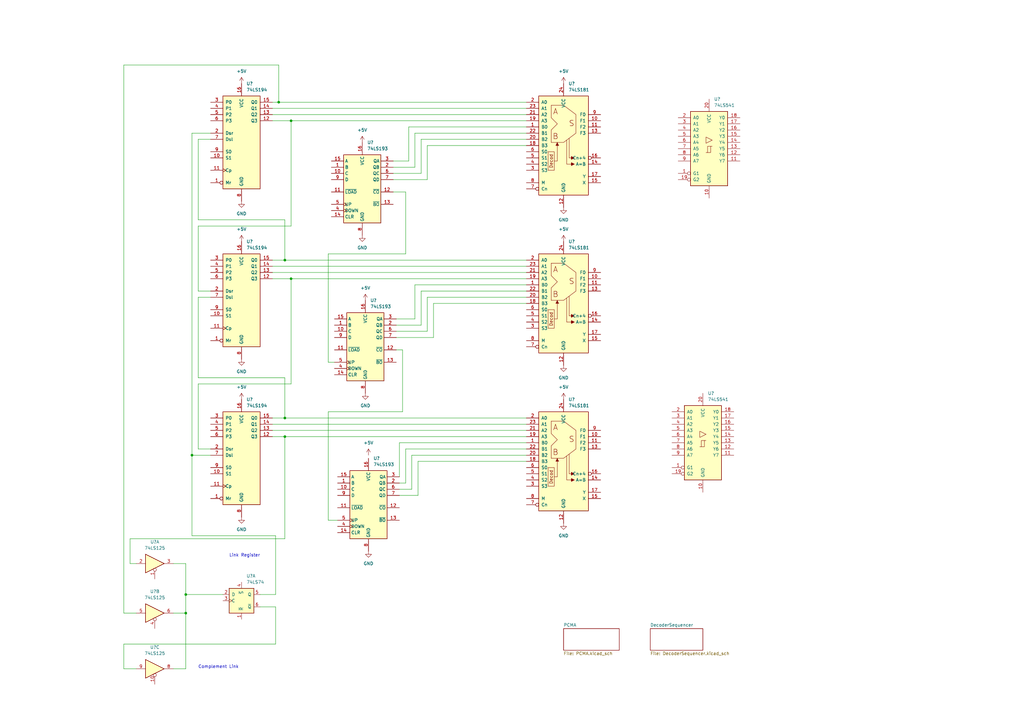
<source format=kicad_sch>
(kicad_sch (version 20211123) (generator eeschema)

  (uuid 7be00ee6-30d9-4d44-9f3b-6d3d75829f4f)

  (paper "A3")

  (title_block
    (title "Ale PDP8 Try 4")
    (date "2023-03-10")
  )

  (lib_symbols
    (symbol "74xx:74LS125" (pin_names (offset 1.016)) (in_bom yes) (on_board yes)
      (property "Reference" "U" (id 0) (at 0 1.27 0)
        (effects (font (size 1.27 1.27)))
      )
      (property "Value" "74LS125" (id 1) (at 0 -1.27 0)
        (effects (font (size 1.27 1.27)))
      )
      (property "Footprint" "" (id 2) (at 0 0 0)
        (effects (font (size 1.27 1.27)) hide)
      )
      (property "Datasheet" "http://www.ti.com/lit/gpn/sn74LS125" (id 3) (at 0 0 0)
        (effects (font (size 1.27 1.27)) hide)
      )
      (property "ki_locked" "" (id 4) (at 0 0 0)
        (effects (font (size 1.27 1.27)))
      )
      (property "ki_keywords" "TTL buffer 3State" (id 5) (at 0 0 0)
        (effects (font (size 1.27 1.27)) hide)
      )
      (property "ki_description" "Quad buffer 3-State outputs" (id 6) (at 0 0 0)
        (effects (font (size 1.27 1.27)) hide)
      )
      (property "ki_fp_filters" "DIP*W7.62mm*" (id 7) (at 0 0 0)
        (effects (font (size 1.27 1.27)) hide)
      )
      (symbol "74LS125_1_0"
        (polyline
          (pts
            (xy -3.81 3.81)
            (xy -3.81 -3.81)
            (xy 3.81 0)
            (xy -3.81 3.81)
          )
          (stroke (width 0.254) (type default) (color 0 0 0 0))
          (fill (type background))
        )
        (pin input inverted (at 0 -6.35 90) (length 4.445)
          (name "~" (effects (font (size 1.27 1.27))))
          (number "1" (effects (font (size 1.27 1.27))))
        )
        (pin input line (at -7.62 0 0) (length 3.81)
          (name "~" (effects (font (size 1.27 1.27))))
          (number "2" (effects (font (size 1.27 1.27))))
        )
        (pin tri_state line (at 7.62 0 180) (length 3.81)
          (name "~" (effects (font (size 1.27 1.27))))
          (number "3" (effects (font (size 1.27 1.27))))
        )
      )
      (symbol "74LS125_2_0"
        (polyline
          (pts
            (xy -3.81 3.81)
            (xy -3.81 -3.81)
            (xy 3.81 0)
            (xy -3.81 3.81)
          )
          (stroke (width 0.254) (type default) (color 0 0 0 0))
          (fill (type background))
        )
        (pin input inverted (at 0 -6.35 90) (length 4.445)
          (name "~" (effects (font (size 1.27 1.27))))
          (number "4" (effects (font (size 1.27 1.27))))
        )
        (pin input line (at -7.62 0 0) (length 3.81)
          (name "~" (effects (font (size 1.27 1.27))))
          (number "5" (effects (font (size 1.27 1.27))))
        )
        (pin tri_state line (at 7.62 0 180) (length 3.81)
          (name "~" (effects (font (size 1.27 1.27))))
          (number "6" (effects (font (size 1.27 1.27))))
        )
      )
      (symbol "74LS125_3_0"
        (polyline
          (pts
            (xy -3.81 3.81)
            (xy -3.81 -3.81)
            (xy 3.81 0)
            (xy -3.81 3.81)
          )
          (stroke (width 0.254) (type default) (color 0 0 0 0))
          (fill (type background))
        )
        (pin input inverted (at 0 -6.35 90) (length 4.445)
          (name "~" (effects (font (size 1.27 1.27))))
          (number "10" (effects (font (size 1.27 1.27))))
        )
        (pin tri_state line (at 7.62 0 180) (length 3.81)
          (name "~" (effects (font (size 1.27 1.27))))
          (number "8" (effects (font (size 1.27 1.27))))
        )
        (pin input line (at -7.62 0 0) (length 3.81)
          (name "~" (effects (font (size 1.27 1.27))))
          (number "9" (effects (font (size 1.27 1.27))))
        )
      )
      (symbol "74LS125_4_0"
        (polyline
          (pts
            (xy -3.81 3.81)
            (xy -3.81 -3.81)
            (xy 3.81 0)
            (xy -3.81 3.81)
          )
          (stroke (width 0.254) (type default) (color 0 0 0 0))
          (fill (type background))
        )
        (pin tri_state line (at 7.62 0 180) (length 3.81)
          (name "~" (effects (font (size 1.27 1.27))))
          (number "11" (effects (font (size 1.27 1.27))))
        )
        (pin input line (at -7.62 0 0) (length 3.81)
          (name "~" (effects (font (size 1.27 1.27))))
          (number "12" (effects (font (size 1.27 1.27))))
        )
        (pin input inverted (at 0 -6.35 90) (length 4.445)
          (name "~" (effects (font (size 1.27 1.27))))
          (number "13" (effects (font (size 1.27 1.27))))
        )
      )
      (symbol "74LS125_5_0"
        (pin power_in line (at 0 12.7 270) (length 5.08)
          (name "VCC" (effects (font (size 1.27 1.27))))
          (number "14" (effects (font (size 1.27 1.27))))
        )
        (pin power_in line (at 0 -12.7 90) (length 5.08)
          (name "GND" (effects (font (size 1.27 1.27))))
          (number "7" (effects (font (size 1.27 1.27))))
        )
      )
      (symbol "74LS125_5_1"
        (rectangle (start -5.08 7.62) (end 5.08 -7.62)
          (stroke (width 0.254) (type default) (color 0 0 0 0))
          (fill (type background))
        )
      )
    )
    (symbol "74xx:74LS181" (pin_names (offset 1.016)) (in_bom yes) (on_board yes)
      (property "Reference" "U" (id 0) (at -7.62 21.59 0)
        (effects (font (size 1.27 1.27)))
      )
      (property "Value" "74LS181" (id 1) (at -7.62 -21.59 0)
        (effects (font (size 1.27 1.27)))
      )
      (property "Footprint" "" (id 2) (at 0 0 0)
        (effects (font (size 1.27 1.27)) hide)
      )
      (property "Datasheet" "74xx/74F181.pdf" (id 3) (at 0 0 0)
        (effects (font (size 1.27 1.27)) hide)
      )
      (property "ki_locked" "" (id 4) (at 0 0 0)
        (effects (font (size 1.27 1.27)))
      )
      (property "ki_keywords" "TTL ALU ARITH" (id 5) (at 0 0 0)
        (effects (font (size 1.27 1.27)) hide)
      )
      (property "ki_description" "Arithmetic logic unit" (id 6) (at 0 0 0)
        (effects (font (size 1.27 1.27)) hide)
      )
      (property "ki_fp_filters" "DIP?24*" (id 7) (at 0 0 0)
        (effects (font (size 1.27 1.27)) hide)
      )
      (symbol "74LS181_1_0"
        (polyline
          (pts
            (xy -3.81 -6.35)
            (xy -2.54 -6.35)
            (xy -2.54 1.27)
          )
          (stroke (width 0) (type default) (color 0 0 0 0))
          (fill (type none))
        )
        (polyline
          (pts
            (xy -2.54 1.27)
            (xy -3.175 0)
            (xy -1.905 0)
          )
          (stroke (width 0) (type default) (color 0 0 0 0))
          (fill (type outline))
        )
        (polyline
          (pts
            (xy 1.27 2.159)
            (xy 1.27 -7.62)
            (xy 3.175 -7.62)
          )
          (stroke (width 0) (type default) (color 0 0 0 0))
          (fill (type none))
        )
        (polyline
          (pts
            (xy 3.175 -5.08)
            (xy 2.286 -5.08)
            (xy 2.286 2.921)
          )
          (stroke (width 0) (type default) (color 0 0 0 0))
          (fill (type none))
        )
        (polyline
          (pts
            (xy 4.445 -7.62)
            (xy 3.175 -6.985)
            (xy 3.175 -8.255)
            (xy 4.445 -7.62)
          )
          (stroke (width 0) (type default) (color 0 0 0 0))
          (fill (type outline))
        )
        (polyline
          (pts
            (xy 4.445 -5.08)
            (xy 3.175 -4.445)
            (xy 3.175 -5.715)
            (xy 4.445 -5.08)
          )
          (stroke (width 0) (type default) (color 0 0 0 0))
          (fill (type outline))
        )
        (polyline
          (pts
            (xy -6.35 -2.54)
            (xy -6.35 -10.16)
            (xy -3.81 -10.16)
            (xy -3.81 -2.54)
            (xy -6.35 -2.54)
          )
          (stroke (width 0) (type default) (color 0 0 0 0))
          (fill (type none))
        )
        (polyline
          (pts
            (xy -5.08 16.51)
            (xy -5.08 11.43)
            (xy -2.54 8.89)
            (xy -5.08 6.35)
            (xy -5.08 1.27)
            (xy 0 1.27)
            (xy 5.08 5.08)
            (xy 5.08 12.7)
            (xy 0 16.51)
            (xy -5.08 16.51)
          )
          (stroke (width 0) (type default) (color 0 0 0 0))
          (fill (type none))
        )
        (text "A" (at -3.302 13.97 0)
          (effects (font (size 2.286 2.286)))
        )
        (text "B" (at -3.302 3.81 0)
          (effects (font (size 2.286 2.286)))
        )
        (text "Decod" (at -5.08 -6.35 900)
          (effects (font (size 1.27 1.27)))
        )
        (text "S" (at 3.302 9.144 0)
          (effects (font (size 2.286 2.286)))
        )
        (pin input line (at -15.24 7.62 0) (length 5.08)
          (name "B0" (effects (font (size 1.27 1.27))))
          (number "1" (effects (font (size 1.27 1.27))))
        )
        (pin output line (at 15.24 10.16 180) (length 5.08)
          (name "F1" (effects (font (size 1.27 1.27))))
          (number "10" (effects (font (size 1.27 1.27))))
        )
        (pin output line (at 15.24 7.62 180) (length 5.08)
          (name "F2" (effects (font (size 1.27 1.27))))
          (number "11" (effects (font (size 1.27 1.27))))
        )
        (pin power_in line (at 0 -25.4 90) (length 5.08)
          (name "GND" (effects (font (size 1.27 1.27))))
          (number "12" (effects (font (size 1.27 1.27))))
        )
        (pin output line (at 15.24 5.08 180) (length 5.08)
          (name "F3" (effects (font (size 1.27 1.27))))
          (number "13" (effects (font (size 1.27 1.27))))
        )
        (pin output line (at 15.24 -7.62 180) (length 5.08)
          (name "A=B" (effects (font (size 1.27 1.27))))
          (number "14" (effects (font (size 1.27 1.27))))
        )
        (pin output line (at 15.24 -15.24 180) (length 5.08)
          (name "X" (effects (font (size 1.27 1.27))))
          (number "15" (effects (font (size 1.27 1.27))))
        )
        (pin output inverted (at 15.24 -5.08 180) (length 5.08)
          (name "Cn+4" (effects (font (size 1.27 1.27))))
          (number "16" (effects (font (size 1.27 1.27))))
        )
        (pin output line (at 15.24 -12.7 180) (length 5.08)
          (name "Y" (effects (font (size 1.27 1.27))))
          (number "17" (effects (font (size 1.27 1.27))))
        )
        (pin input line (at -15.24 0 0) (length 5.08)
          (name "B3" (effects (font (size 1.27 1.27))))
          (number "18" (effects (font (size 1.27 1.27))))
        )
        (pin input line (at -15.24 10.16 0) (length 5.08)
          (name "A3" (effects (font (size 1.27 1.27))))
          (number "19" (effects (font (size 1.27 1.27))))
        )
        (pin input line (at -15.24 17.78 0) (length 5.08)
          (name "A0" (effects (font (size 1.27 1.27))))
          (number "2" (effects (font (size 1.27 1.27))))
        )
        (pin input line (at -15.24 2.54 0) (length 5.08)
          (name "B2" (effects (font (size 1.27 1.27))))
          (number "20" (effects (font (size 1.27 1.27))))
        )
        (pin input line (at -15.24 12.7 0) (length 5.08)
          (name "A2" (effects (font (size 1.27 1.27))))
          (number "21" (effects (font (size 1.27 1.27))))
        )
        (pin input line (at -15.24 5.08 0) (length 5.08)
          (name "B1" (effects (font (size 1.27 1.27))))
          (number "22" (effects (font (size 1.27 1.27))))
        )
        (pin input line (at -15.24 15.24 0) (length 5.08)
          (name "A1" (effects (font (size 1.27 1.27))))
          (number "23" (effects (font (size 1.27 1.27))))
        )
        (pin power_in line (at 0 25.4 270) (length 5.08)
          (name "VCC" (effects (font (size 1.27 1.27))))
          (number "24" (effects (font (size 1.27 1.27))))
        )
        (pin input line (at -15.24 -10.16 0) (length 5.08)
          (name "S3" (effects (font (size 1.27 1.27))))
          (number "3" (effects (font (size 1.27 1.27))))
        )
        (pin input line (at -15.24 -7.62 0) (length 5.08)
          (name "S2" (effects (font (size 1.27 1.27))))
          (number "4" (effects (font (size 1.27 1.27))))
        )
        (pin input line (at -15.24 -5.08 0) (length 5.08)
          (name "S1" (effects (font (size 1.27 1.27))))
          (number "5" (effects (font (size 1.27 1.27))))
        )
        (pin input line (at -15.24 -2.54 0) (length 5.08)
          (name "S0" (effects (font (size 1.27 1.27))))
          (number "6" (effects (font (size 1.27 1.27))))
        )
        (pin input inverted (at -15.24 -17.78 0) (length 5.08)
          (name "Cn" (effects (font (size 1.27 1.27))))
          (number "7" (effects (font (size 1.27 1.27))))
        )
        (pin input line (at -15.24 -15.24 0) (length 5.08)
          (name "M" (effects (font (size 1.27 1.27))))
          (number "8" (effects (font (size 1.27 1.27))))
        )
        (pin output line (at 15.24 12.7 180) (length 5.08)
          (name "F0" (effects (font (size 1.27 1.27))))
          (number "9" (effects (font (size 1.27 1.27))))
        )
      )
      (symbol "74LS181_1_1"
        (rectangle (start -10.16 20.32) (end 10.16 -20.32)
          (stroke (width 0.254) (type default) (color 0 0 0 0))
          (fill (type background))
        )
      )
    )
    (symbol "74xx:74LS193" (in_bom yes) (on_board yes)
      (property "Reference" "U" (id 0) (at -7.62 13.97 0)
        (effects (font (size 1.27 1.27)))
      )
      (property "Value" "74LS193" (id 1) (at 5.08 13.97 0)
        (effects (font (size 1.27 1.27)))
      )
      (property "Footprint" "" (id 2) (at 0 0 0)
        (effects (font (size 1.27 1.27)) hide)
      )
      (property "Datasheet" "http://www.ti.com/lit/ds/symlink/sn74ls193.pdf" (id 3) (at 0 0 0)
        (effects (font (size 1.27 1.27)) hide)
      )
      (property "ki_keywords" "TTL CNT CNT4" (id 4) (at 0 0 0)
        (effects (font (size 1.27 1.27)) hide)
      )
      (property "ki_description" "Synchronous 4-bit Up/Down (2 clk) counter" (id 5) (at 0 0 0)
        (effects (font (size 1.27 1.27)) hide)
      )
      (property "ki_fp_filters" "SOIC*3.9x9.9mm*P1.27mm* DIP*W7.62mm*" (id 6) (at 0 0 0)
        (effects (font (size 1.27 1.27)) hide)
      )
      (symbol "74LS193_1_0"
        (pin input line (at -12.7 7.62 0) (length 5.08)
          (name "B" (effects (font (size 1.27 1.27))))
          (number "1" (effects (font (size 1.27 1.27))))
        )
        (pin input line (at -12.7 5.08 0) (length 5.08)
          (name "C" (effects (font (size 1.27 1.27))))
          (number "10" (effects (font (size 1.27 1.27))))
        )
        (pin input line (at -12.7 -2.54 0) (length 5.08)
          (name "~{LOAD}" (effects (font (size 1.27 1.27))))
          (number "11" (effects (font (size 1.27 1.27))))
        )
        (pin output line (at 12.7 -2.54 180) (length 5.08)
          (name "~{CO}" (effects (font (size 1.27 1.27))))
          (number "12" (effects (font (size 1.27 1.27))))
        )
        (pin output line (at 12.7 -7.62 180) (length 5.08)
          (name "~{BO}" (effects (font (size 1.27 1.27))))
          (number "13" (effects (font (size 1.27 1.27))))
        )
        (pin input line (at -12.7 -12.7 0) (length 5.08)
          (name "CLR" (effects (font (size 1.27 1.27))))
          (number "14" (effects (font (size 1.27 1.27))))
        )
        (pin input line (at -12.7 10.16 0) (length 5.08)
          (name "A" (effects (font (size 1.27 1.27))))
          (number "15" (effects (font (size 1.27 1.27))))
        )
        (pin power_in line (at 0 17.78 270) (length 5.08)
          (name "VCC" (effects (font (size 1.27 1.27))))
          (number "16" (effects (font (size 1.27 1.27))))
        )
        (pin output line (at 12.7 7.62 180) (length 5.08)
          (name "QB" (effects (font (size 1.27 1.27))))
          (number "2" (effects (font (size 1.27 1.27))))
        )
        (pin output line (at 12.7 10.16 180) (length 5.08)
          (name "QA" (effects (font (size 1.27 1.27))))
          (number "3" (effects (font (size 1.27 1.27))))
        )
        (pin input clock (at -12.7 -10.16 0) (length 5.08)
          (name "DOWN" (effects (font (size 1.27 1.27))))
          (number "4" (effects (font (size 1.27 1.27))))
        )
        (pin input clock (at -12.7 -7.62 0) (length 5.08)
          (name "UP" (effects (font (size 1.27 1.27))))
          (number "5" (effects (font (size 1.27 1.27))))
        )
        (pin output line (at 12.7 5.08 180) (length 5.08)
          (name "QC" (effects (font (size 1.27 1.27))))
          (number "6" (effects (font (size 1.27 1.27))))
        )
        (pin output line (at 12.7 2.54 180) (length 5.08)
          (name "QD" (effects (font (size 1.27 1.27))))
          (number "7" (effects (font (size 1.27 1.27))))
        )
        (pin power_in line (at 0 -20.32 90) (length 5.08)
          (name "GND" (effects (font (size 1.27 1.27))))
          (number "8" (effects (font (size 1.27 1.27))))
        )
        (pin input line (at -12.7 2.54 0) (length 5.08)
          (name "D" (effects (font (size 1.27 1.27))))
          (number "9" (effects (font (size 1.27 1.27))))
        )
      )
      (symbol "74LS193_1_1"
        (rectangle (start -7.62 12.7) (end 7.62 -15.24)
          (stroke (width 0.254) (type default) (color 0 0 0 0))
          (fill (type background))
        )
      )
    )
    (symbol "74xx:74LS194" (pin_names (offset 1.016)) (in_bom yes) (on_board yes)
      (property "Reference" "U" (id 0) (at -7.62 19.05 0)
        (effects (font (size 1.27 1.27)))
      )
      (property "Value" "74LS194" (id 1) (at -7.62 -21.59 0)
        (effects (font (size 1.27 1.27)))
      )
      (property "Footprint" "" (id 2) (at 0 0 0)
        (effects (font (size 1.27 1.27)) hide)
      )
      (property "Datasheet" "http://www.ti.com/lit/gpn/sn74LS194" (id 3) (at 0 0 0)
        (effects (font (size 1.27 1.27)) hide)
      )
      (property "ki_locked" "" (id 4) (at 0 0 0)
        (effects (font (size 1.27 1.27)))
      )
      (property "ki_keywords" "TTL RS SR4" (id 5) (at 0 0 0)
        (effects (font (size 1.27 1.27)) hide)
      )
      (property "ki_description" "Shift Register 4-bit Bidirectional" (id 6) (at 0 0 0)
        (effects (font (size 1.27 1.27)) hide)
      )
      (property "ki_fp_filters" "DIP?16*" (id 7) (at 0 0 0)
        (effects (font (size 1.27 1.27)) hide)
      )
      (symbol "74LS194_1_0"
        (pin input inverted (at -12.7 -17.78 0) (length 5.08)
          (name "Mr" (effects (font (size 1.27 1.27))))
          (number "1" (effects (font (size 1.27 1.27))))
        )
        (pin input line (at -12.7 -7.62 0) (length 5.08)
          (name "S1" (effects (font (size 1.27 1.27))))
          (number "10" (effects (font (size 1.27 1.27))))
        )
        (pin input clock (at -12.7 -12.7 0) (length 5.08)
          (name "Cp" (effects (font (size 1.27 1.27))))
          (number "11" (effects (font (size 1.27 1.27))))
        )
        (pin output line (at 12.7 7.62 180) (length 5.08)
          (name "Q3" (effects (font (size 1.27 1.27))))
          (number "12" (effects (font (size 1.27 1.27))))
        )
        (pin output line (at 12.7 10.16 180) (length 5.08)
          (name "Q2" (effects (font (size 1.27 1.27))))
          (number "13" (effects (font (size 1.27 1.27))))
        )
        (pin output line (at 12.7 12.7 180) (length 5.08)
          (name "Q1" (effects (font (size 1.27 1.27))))
          (number "14" (effects (font (size 1.27 1.27))))
        )
        (pin output line (at 12.7 15.24 180) (length 5.08)
          (name "Q0" (effects (font (size 1.27 1.27))))
          (number "15" (effects (font (size 1.27 1.27))))
        )
        (pin power_in line (at 0 22.86 270) (length 5.08)
          (name "VCC" (effects (font (size 1.27 1.27))))
          (number "16" (effects (font (size 1.27 1.27))))
        )
        (pin input line (at -12.7 2.54 0) (length 5.08)
          (name "Dsr" (effects (font (size 1.27 1.27))))
          (number "2" (effects (font (size 1.27 1.27))))
        )
        (pin input line (at -12.7 15.24 0) (length 5.08)
          (name "P0" (effects (font (size 1.27 1.27))))
          (number "3" (effects (font (size 1.27 1.27))))
        )
        (pin input line (at -12.7 12.7 0) (length 5.08)
          (name "P1" (effects (font (size 1.27 1.27))))
          (number "4" (effects (font (size 1.27 1.27))))
        )
        (pin input line (at -12.7 10.16 0) (length 5.08)
          (name "P2" (effects (font (size 1.27 1.27))))
          (number "5" (effects (font (size 1.27 1.27))))
        )
        (pin input line (at -12.7 7.62 0) (length 5.08)
          (name "P3" (effects (font (size 1.27 1.27))))
          (number "6" (effects (font (size 1.27 1.27))))
        )
        (pin input line (at -12.7 0 0) (length 5.08)
          (name "Dsl" (effects (font (size 1.27 1.27))))
          (number "7" (effects (font (size 1.27 1.27))))
        )
        (pin power_in line (at 0 -25.4 90) (length 5.08)
          (name "GND" (effects (font (size 1.27 1.27))))
          (number "8" (effects (font (size 1.27 1.27))))
        )
        (pin input line (at -12.7 -5.08 0) (length 5.08)
          (name "S0" (effects (font (size 1.27 1.27))))
          (number "9" (effects (font (size 1.27 1.27))))
        )
      )
      (symbol "74LS194_1_1"
        (rectangle (start -7.62 17.78) (end 7.62 -20.32)
          (stroke (width 0.254) (type default) (color 0 0 0 0))
          (fill (type background))
        )
      )
    )
    (symbol "74xx:74LS541" (pin_names (offset 1.016)) (in_bom yes) (on_board yes)
      (property "Reference" "U" (id 0) (at -7.62 16.51 0)
        (effects (font (size 1.27 1.27)))
      )
      (property "Value" "74LS541" (id 1) (at -7.62 -16.51 0)
        (effects (font (size 1.27 1.27)))
      )
      (property "Footprint" "" (id 2) (at 0 0 0)
        (effects (font (size 1.27 1.27)) hide)
      )
      (property "Datasheet" "http://www.ti.com/lit/gpn/sn74LS541" (id 3) (at 0 0 0)
        (effects (font (size 1.27 1.27)) hide)
      )
      (property "ki_locked" "" (id 4) (at 0 0 0)
        (effects (font (size 1.27 1.27)))
      )
      (property "ki_keywords" "TTL BUFFER 3State BUS" (id 5) (at 0 0 0)
        (effects (font (size 1.27 1.27)) hide)
      )
      (property "ki_description" "8-bit Buffer/Line Driver 3-state outputs" (id 6) (at 0 0 0)
        (effects (font (size 1.27 1.27)) hide)
      )
      (property "ki_fp_filters" "DIP?20*" (id 7) (at 0 0 0)
        (effects (font (size 1.27 1.27)) hide)
      )
      (symbol "74LS541_1_0"
        (polyline
          (pts
            (xy -0.635 -1.6002)
            (xy -0.635 0.9398)
            (xy 0.635 0.9398)
          )
          (stroke (width 0) (type default) (color 0 0 0 0))
          (fill (type none))
        )
        (polyline
          (pts
            (xy -1.27 -1.6002)
            (xy 0.635 -1.6002)
            (xy 0.635 0.9398)
            (xy 1.27 0.9398)
          )
          (stroke (width 0) (type default) (color 0 0 0 0))
          (fill (type none))
        )
        (polyline
          (pts
            (xy 1.27 3.4798)
            (xy -1.27 4.7498)
            (xy -1.27 2.2098)
            (xy 1.27 3.4798)
          )
          (stroke (width 0.1524) (type default) (color 0 0 0 0))
          (fill (type none))
        )
        (pin input inverted (at -12.7 -10.16 0) (length 5.08)
          (name "G1" (effects (font (size 1.27 1.27))))
          (number "1" (effects (font (size 1.27 1.27))))
        )
        (pin power_in line (at 0 -20.32 90) (length 5.08)
          (name "GND" (effects (font (size 1.27 1.27))))
          (number "10" (effects (font (size 1.27 1.27))))
        )
        (pin tri_state line (at 12.7 -5.08 180) (length 5.08)
          (name "Y7" (effects (font (size 1.27 1.27))))
          (number "11" (effects (font (size 1.27 1.27))))
        )
        (pin tri_state line (at 12.7 -2.54 180) (length 5.08)
          (name "Y6" (effects (font (size 1.27 1.27))))
          (number "12" (effects (font (size 1.27 1.27))))
        )
        (pin tri_state line (at 12.7 0 180) (length 5.08)
          (name "Y5" (effects (font (size 1.27 1.27))))
          (number "13" (effects (font (size 1.27 1.27))))
        )
        (pin tri_state line (at 12.7 2.54 180) (length 5.08)
          (name "Y4" (effects (font (size 1.27 1.27))))
          (number "14" (effects (font (size 1.27 1.27))))
        )
        (pin tri_state line (at 12.7 5.08 180) (length 5.08)
          (name "Y3" (effects (font (size 1.27 1.27))))
          (number "15" (effects (font (size 1.27 1.27))))
        )
        (pin tri_state line (at 12.7 7.62 180) (length 5.08)
          (name "Y2" (effects (font (size 1.27 1.27))))
          (number "16" (effects (font (size 1.27 1.27))))
        )
        (pin tri_state line (at 12.7 10.16 180) (length 5.08)
          (name "Y1" (effects (font (size 1.27 1.27))))
          (number "17" (effects (font (size 1.27 1.27))))
        )
        (pin tri_state line (at 12.7 12.7 180) (length 5.08)
          (name "Y0" (effects (font (size 1.27 1.27))))
          (number "18" (effects (font (size 1.27 1.27))))
        )
        (pin input inverted (at -12.7 -12.7 0) (length 5.08)
          (name "G2" (effects (font (size 1.27 1.27))))
          (number "19" (effects (font (size 1.27 1.27))))
        )
        (pin input line (at -12.7 12.7 0) (length 5.08)
          (name "A0" (effects (font (size 1.27 1.27))))
          (number "2" (effects (font (size 1.27 1.27))))
        )
        (pin power_in line (at 0 20.32 270) (length 5.08)
          (name "VCC" (effects (font (size 1.27 1.27))))
          (number "20" (effects (font (size 1.27 1.27))))
        )
        (pin input line (at -12.7 10.16 0) (length 5.08)
          (name "A1" (effects (font (size 1.27 1.27))))
          (number "3" (effects (font (size 1.27 1.27))))
        )
        (pin input line (at -12.7 7.62 0) (length 5.08)
          (name "A2" (effects (font (size 1.27 1.27))))
          (number "4" (effects (font (size 1.27 1.27))))
        )
        (pin input line (at -12.7 5.08 0) (length 5.08)
          (name "A3" (effects (font (size 1.27 1.27))))
          (number "5" (effects (font (size 1.27 1.27))))
        )
        (pin input line (at -12.7 2.54 0) (length 5.08)
          (name "A4" (effects (font (size 1.27 1.27))))
          (number "6" (effects (font (size 1.27 1.27))))
        )
        (pin input line (at -12.7 0 0) (length 5.08)
          (name "A5" (effects (font (size 1.27 1.27))))
          (number "7" (effects (font (size 1.27 1.27))))
        )
        (pin input line (at -12.7 -2.54 0) (length 5.08)
          (name "A6" (effects (font (size 1.27 1.27))))
          (number "8" (effects (font (size 1.27 1.27))))
        )
        (pin input line (at -12.7 -5.08 0) (length 5.08)
          (name "A7" (effects (font (size 1.27 1.27))))
          (number "9" (effects (font (size 1.27 1.27))))
        )
      )
      (symbol "74LS541_1_1"
        (rectangle (start -7.62 15.24) (end 7.62 -15.24)
          (stroke (width 0.254) (type default) (color 0 0 0 0))
          (fill (type background))
        )
      )
    )
    (symbol "74xx:74LS74" (pin_names (offset 1.016)) (in_bom yes) (on_board yes)
      (property "Reference" "U" (id 0) (at -7.62 8.89 0)
        (effects (font (size 1.27 1.27)))
      )
      (property "Value" "74LS74" (id 1) (at -7.62 -8.89 0)
        (effects (font (size 1.27 1.27)))
      )
      (property "Footprint" "" (id 2) (at 0 0 0)
        (effects (font (size 1.27 1.27)) hide)
      )
      (property "Datasheet" "74xx/74hc_hct74.pdf" (id 3) (at 0 0 0)
        (effects (font (size 1.27 1.27)) hide)
      )
      (property "ki_locked" "" (id 4) (at 0 0 0)
        (effects (font (size 1.27 1.27)))
      )
      (property "ki_keywords" "TTL DFF" (id 5) (at 0 0 0)
        (effects (font (size 1.27 1.27)) hide)
      )
      (property "ki_description" "Dual D Flip-flop, Set & Reset" (id 6) (at 0 0 0)
        (effects (font (size 1.27 1.27)) hide)
      )
      (property "ki_fp_filters" "DIP*W7.62mm*" (id 7) (at 0 0 0)
        (effects (font (size 1.27 1.27)) hide)
      )
      (symbol "74LS74_1_0"
        (pin input line (at 0 -7.62 90) (length 2.54)
          (name "~{R}" (effects (font (size 1.27 1.27))))
          (number "1" (effects (font (size 1.27 1.27))))
        )
        (pin input line (at -7.62 2.54 0) (length 2.54)
          (name "D" (effects (font (size 1.27 1.27))))
          (number "2" (effects (font (size 1.27 1.27))))
        )
        (pin input clock (at -7.62 0 0) (length 2.54)
          (name "C" (effects (font (size 1.27 1.27))))
          (number "3" (effects (font (size 1.27 1.27))))
        )
        (pin input line (at 0 7.62 270) (length 2.54)
          (name "~{S}" (effects (font (size 1.27 1.27))))
          (number "4" (effects (font (size 1.27 1.27))))
        )
        (pin output line (at 7.62 2.54 180) (length 2.54)
          (name "Q" (effects (font (size 1.27 1.27))))
          (number "5" (effects (font (size 1.27 1.27))))
        )
        (pin output line (at 7.62 -2.54 180) (length 2.54)
          (name "~{Q}" (effects (font (size 1.27 1.27))))
          (number "6" (effects (font (size 1.27 1.27))))
        )
      )
      (symbol "74LS74_1_1"
        (rectangle (start -5.08 5.08) (end 5.08 -5.08)
          (stroke (width 0.254) (type default) (color 0 0 0 0))
          (fill (type background))
        )
      )
      (symbol "74LS74_2_0"
        (pin input line (at 0 7.62 270) (length 2.54)
          (name "~{S}" (effects (font (size 1.27 1.27))))
          (number "10" (effects (font (size 1.27 1.27))))
        )
        (pin input clock (at -7.62 0 0) (length 2.54)
          (name "C" (effects (font (size 1.27 1.27))))
          (number "11" (effects (font (size 1.27 1.27))))
        )
        (pin input line (at -7.62 2.54 0) (length 2.54)
          (name "D" (effects (font (size 1.27 1.27))))
          (number "12" (effects (font (size 1.27 1.27))))
        )
        (pin input line (at 0 -7.62 90) (length 2.54)
          (name "~{R}" (effects (font (size 1.27 1.27))))
          (number "13" (effects (font (size 1.27 1.27))))
        )
        (pin output line (at 7.62 -2.54 180) (length 2.54)
          (name "~{Q}" (effects (font (size 1.27 1.27))))
          (number "8" (effects (font (size 1.27 1.27))))
        )
        (pin output line (at 7.62 2.54 180) (length 2.54)
          (name "Q" (effects (font (size 1.27 1.27))))
          (number "9" (effects (font (size 1.27 1.27))))
        )
      )
      (symbol "74LS74_2_1"
        (rectangle (start -5.08 5.08) (end 5.08 -5.08)
          (stroke (width 0.254) (type default) (color 0 0 0 0))
          (fill (type background))
        )
      )
      (symbol "74LS74_3_0"
        (pin power_in line (at 0 10.16 270) (length 2.54)
          (name "VCC" (effects (font (size 1.27 1.27))))
          (number "14" (effects (font (size 1.27 1.27))))
        )
        (pin power_in line (at 0 -10.16 90) (length 2.54)
          (name "GND" (effects (font (size 1.27 1.27))))
          (number "7" (effects (font (size 1.27 1.27))))
        )
      )
      (symbol "74LS74_3_1"
        (rectangle (start -5.08 7.62) (end 5.08 -7.62)
          (stroke (width 0.254) (type default) (color 0 0 0 0))
          (fill (type background))
        )
      )
    )
    (symbol "power:+5V" (power) (pin_names (offset 0)) (in_bom yes) (on_board yes)
      (property "Reference" "#PWR" (id 0) (at 0 -3.81 0)
        (effects (font (size 1.27 1.27)) hide)
      )
      (property "Value" "+5V" (id 1) (at 0 3.556 0)
        (effects (font (size 1.27 1.27)))
      )
      (property "Footprint" "" (id 2) (at 0 0 0)
        (effects (font (size 1.27 1.27)) hide)
      )
      (property "Datasheet" "" (id 3) (at 0 0 0)
        (effects (font (size 1.27 1.27)) hide)
      )
      (property "ki_keywords" "global power" (id 4) (at 0 0 0)
        (effects (font (size 1.27 1.27)) hide)
      )
      (property "ki_description" "Power symbol creates a global label with name \"+5V\"" (id 5) (at 0 0 0)
        (effects (font (size 1.27 1.27)) hide)
      )
      (symbol "+5V_0_1"
        (polyline
          (pts
            (xy -0.762 1.27)
            (xy 0 2.54)
          )
          (stroke (width 0) (type default) (color 0 0 0 0))
          (fill (type none))
        )
        (polyline
          (pts
            (xy 0 0)
            (xy 0 2.54)
          )
          (stroke (width 0) (type default) (color 0 0 0 0))
          (fill (type none))
        )
        (polyline
          (pts
            (xy 0 2.54)
            (xy 0.762 1.27)
          )
          (stroke (width 0) (type default) (color 0 0 0 0))
          (fill (type none))
        )
      )
      (symbol "+5V_1_1"
        (pin power_in line (at 0 0 90) (length 0) hide
          (name "+5V" (effects (font (size 1.27 1.27))))
          (number "1" (effects (font (size 1.27 1.27))))
        )
      )
    )
    (symbol "power:GND" (power) (pin_names (offset 0)) (in_bom yes) (on_board yes)
      (property "Reference" "#PWR" (id 0) (at 0 -6.35 0)
        (effects (font (size 1.27 1.27)) hide)
      )
      (property "Value" "GND" (id 1) (at 0 -3.81 0)
        (effects (font (size 1.27 1.27)))
      )
      (property "Footprint" "" (id 2) (at 0 0 0)
        (effects (font (size 1.27 1.27)) hide)
      )
      (property "Datasheet" "" (id 3) (at 0 0 0)
        (effects (font (size 1.27 1.27)) hide)
      )
      (property "ki_keywords" "global power" (id 4) (at 0 0 0)
        (effects (font (size 1.27 1.27)) hide)
      )
      (property "ki_description" "Power symbol creates a global label with name \"GND\" , ground" (id 5) (at 0 0 0)
        (effects (font (size 1.27 1.27)) hide)
      )
      (symbol "GND_0_1"
        (polyline
          (pts
            (xy 0 0)
            (xy 0 -1.27)
            (xy 1.27 -1.27)
            (xy 0 -2.54)
            (xy -1.27 -1.27)
            (xy 0 -1.27)
          )
          (stroke (width 0) (type default) (color 0 0 0 0))
          (fill (type none))
        )
      )
      (symbol "GND_1_1"
        (pin power_in line (at 0 0 270) (length 0) hide
          (name "GND" (effects (font (size 1.27 1.27))))
          (number "1" (effects (font (size 1.27 1.27))))
        )
      )
    )
  )

  (junction (at 116.84 171.45) (diameter 0) (color 0 0 0 0)
    (uuid 3430308a-d254-4ef8-a321-6c4e33d8fbc1)
  )
  (junction (at 116.84 106.68) (diameter 0) (color 0 0 0 0)
    (uuid 7e69ec81-7cef-44d3-a982-f5e2a367ae9f)
  )
  (junction (at 76.2 243.84) (diameter 0) (color 0 0 0 0)
    (uuid a1772bf4-ccb4-4d44-bfb5-d11f03a0dd7e)
  )
  (junction (at 119.38 49.53) (diameter 0) (color 0 0 0 0)
    (uuid b08822e9-b170-4a33-a650-cc4703e0f98c)
  )
  (junction (at 78.74 186.69) (diameter 0) (color 0 0 0 0)
    (uuid d3635a56-c287-449f-81ee-e477e30b32aa)
  )
  (junction (at 116.84 179.07) (diameter 0) (color 0 0 0 0)
    (uuid d65ad182-30e5-4bb0-b6cb-9f9557ecfc17)
  )
  (junction (at 114.3 41.91) (diameter 0) (color 0 0 0 0)
    (uuid dca01420-a32d-4574-bbe9-71cfdc46e469)
  )
  (junction (at 76.2 251.46) (diameter 0) (color 0 0 0 0)
    (uuid ee9ee4b9-d77e-4c30-ac9e-1e7ea6a887a7)
  )
  (junction (at 119.38 114.3) (diameter 0) (color 0 0 0 0)
    (uuid ef30e19f-28cf-4195-bf26-da1920c2d7e7)
  )

  (wire (pts (xy 111.76 173.99) (xy 215.9 173.99))
    (stroke (width 0) (type default) (color 0 0 0 0))
    (uuid 02c7ae8f-7007-4915-8e93-39334bb39323)
  )
  (wire (pts (xy 162.56 133.35) (xy 172.72 133.35))
    (stroke (width 0) (type default) (color 0 0 0 0))
    (uuid 047fcfd4-70db-4a1f-94b6-5bd0096c673e)
  )
  (wire (pts (xy 81.28 154.94) (xy 116.84 154.94))
    (stroke (width 0) (type default) (color 0 0 0 0))
    (uuid 057711c4-74e8-4428-909f-bf96362f511d)
  )
  (wire (pts (xy 86.36 119.38) (xy 81.28 119.38))
    (stroke (width 0) (type default) (color 0 0 0 0))
    (uuid 09306912-2a60-4f2a-a8e7-d68d4bef66d5)
  )
  (wire (pts (xy 113.03 264.16) (xy 50.8 264.16))
    (stroke (width 0) (type default) (color 0 0 0 0))
    (uuid 0a816bc3-3ac1-4f20-8d08-76887e27cea6)
  )
  (wire (pts (xy 161.29 66.04) (xy 167.64 66.04))
    (stroke (width 0) (type default) (color 0 0 0 0))
    (uuid 0af97fe0-e2b5-40a8-8922-8e00fd6ae176)
  )
  (wire (pts (xy 111.76 109.22) (xy 215.9 109.22))
    (stroke (width 0) (type default) (color 0 0 0 0))
    (uuid 0c44a20b-c842-48ef-850d-f8641268983a)
  )
  (wire (pts (xy 137.16 148.59) (xy 134.62 148.59))
    (stroke (width 0) (type default) (color 0 0 0 0))
    (uuid 0d45cd0b-b3e6-4874-b7ea-cb20236fbd82)
  )
  (wire (pts (xy 134.62 213.36) (xy 134.62 168.91))
    (stroke (width 0) (type default) (color 0 0 0 0))
    (uuid 0e3379de-251e-485f-b52f-e3d65f8a98a0)
  )
  (wire (pts (xy 163.83 181.61) (xy 163.83 195.58))
    (stroke (width 0) (type default) (color 0 0 0 0))
    (uuid 12dfc4dc-a829-4570-a155-c400c7130b02)
  )
  (wire (pts (xy 116.84 171.45) (xy 111.76 171.45))
    (stroke (width 0) (type default) (color 0 0 0 0))
    (uuid 1308cc62-59da-4b00-bdf7-e484e1d05f45)
  )
  (wire (pts (xy 166.37 198.12) (xy 166.37 184.15))
    (stroke (width 0) (type default) (color 0 0 0 0))
    (uuid 131f7bff-76be-4ac9-9f93-0e79685ea52d)
  )
  (wire (pts (xy 171.45 203.2) (xy 171.45 189.23))
    (stroke (width 0) (type default) (color 0 0 0 0))
    (uuid 1429b0de-b5e6-4227-af67-a8a052b86715)
  )
  (wire (pts (xy 175.26 59.69) (xy 215.9 59.69))
    (stroke (width 0) (type default) (color 0 0 0 0))
    (uuid 18bc021d-bb10-4d83-9219-19aca1a37afd)
  )
  (wire (pts (xy 119.38 157.48) (xy 119.38 114.3))
    (stroke (width 0) (type default) (color 0 0 0 0))
    (uuid 1a7f6f78-7d0f-4d0d-83bb-e21c4371bf92)
  )
  (wire (pts (xy 116.84 154.94) (xy 116.84 171.45))
    (stroke (width 0) (type default) (color 0 0 0 0))
    (uuid 1adc3768-1ea5-43f7-9051-56a521e07d1b)
  )
  (wire (pts (xy 177.8 124.46) (xy 215.9 124.46))
    (stroke (width 0) (type default) (color 0 0 0 0))
    (uuid 1ef6e101-391a-4f6f-b6b6-da03c235e249)
  )
  (wire (pts (xy 172.72 133.35) (xy 172.72 119.38))
    (stroke (width 0) (type default) (color 0 0 0 0))
    (uuid 223c4ba2-e1cb-41b1-ab01-f6763a733b15)
  )
  (wire (pts (xy 81.28 121.92) (xy 81.28 154.94))
    (stroke (width 0) (type default) (color 0 0 0 0))
    (uuid 2ac3b2a6-b0dd-4ae2-9c19-eebe13c57ab5)
  )
  (wire (pts (xy 114.3 41.91) (xy 215.9 41.91))
    (stroke (width 0) (type default) (color 0 0 0 0))
    (uuid 2acc4fa7-3ce2-4ddf-b5d7-2276b8109794)
  )
  (wire (pts (xy 165.1 143.51) (xy 162.56 143.51))
    (stroke (width 0) (type default) (color 0 0 0 0))
    (uuid 2be32be8-8b85-4b69-a0e4-03116e54e3dd)
  )
  (wire (pts (xy 170.18 54.61) (xy 170.18 68.58))
    (stroke (width 0) (type default) (color 0 0 0 0))
    (uuid 2c58459d-b8ea-476e-891f-ea3b23f10766)
  )
  (wire (pts (xy 81.28 57.15) (xy 86.36 57.15))
    (stroke (width 0) (type default) (color 0 0 0 0))
    (uuid 2cb32a3b-c902-4b47-a655-75a9395500ca)
  )
  (wire (pts (xy 113.03 248.92) (xy 113.03 264.16))
    (stroke (width 0) (type default) (color 0 0 0 0))
    (uuid 2d3c7599-8494-4a2e-a955-ba959895ffad)
  )
  (wire (pts (xy 71.12 231.14) (xy 76.2 231.14))
    (stroke (width 0) (type default) (color 0 0 0 0))
    (uuid 2e1bdfee-cb72-49c6-b6c5-a965b1e18a89)
  )
  (wire (pts (xy 172.72 119.38) (xy 215.9 119.38))
    (stroke (width 0) (type default) (color 0 0 0 0))
    (uuid 2e8042f1-034e-404a-9e8c-a843edc9f425)
  )
  (wire (pts (xy 215.9 181.61) (xy 163.83 181.61))
    (stroke (width 0) (type default) (color 0 0 0 0))
    (uuid 35880888-d4f2-4e00-b223-d3a1453a2a28)
  )
  (wire (pts (xy 111.76 111.76) (xy 215.9 111.76))
    (stroke (width 0) (type default) (color 0 0 0 0))
    (uuid 3ea33352-b186-4bbb-bbce-2c606294945b)
  )
  (wire (pts (xy 170.18 116.84) (xy 170.18 130.81))
    (stroke (width 0) (type default) (color 0 0 0 0))
    (uuid 410bb011-6f20-4c7e-88b7-c42df088273a)
  )
  (wire (pts (xy 111.76 46.99) (xy 215.9 46.99))
    (stroke (width 0) (type default) (color 0 0 0 0))
    (uuid 41884731-a986-407b-8b51-1fb8e1621e15)
  )
  (wire (pts (xy 134.62 168.91) (xy 165.1 168.91))
    (stroke (width 0) (type default) (color 0 0 0 0))
    (uuid 422f4966-2a8b-4d21-be29-6313029d176d)
  )
  (wire (pts (xy 116.84 179.07) (xy 215.9 179.07))
    (stroke (width 0) (type default) (color 0 0 0 0))
    (uuid 45b623c9-7933-4bb8-916e-fa0f6698daed)
  )
  (wire (pts (xy 163.83 203.2) (xy 171.45 203.2))
    (stroke (width 0) (type default) (color 0 0 0 0))
    (uuid 46591f3c-e62c-41b0-85d1-b8319001f275)
  )
  (wire (pts (xy 113.03 219.71) (xy 78.74 219.71))
    (stroke (width 0) (type default) (color 0 0 0 0))
    (uuid 465a229e-e714-47ff-bc11-e78c1c389194)
  )
  (wire (pts (xy 215.9 121.92) (xy 175.26 121.92))
    (stroke (width 0) (type default) (color 0 0 0 0))
    (uuid 5378f731-1228-44f2-b073-468bb69ad804)
  )
  (wire (pts (xy 119.38 92.71) (xy 119.38 49.53))
    (stroke (width 0) (type default) (color 0 0 0 0))
    (uuid 6049c432-0a67-487f-aaf7-72ae1a0cc1eb)
  )
  (wire (pts (xy 215.9 186.69) (xy 168.91 186.69))
    (stroke (width 0) (type default) (color 0 0 0 0))
    (uuid 60edd1cf-6520-4969-9943-ddef544f9736)
  )
  (wire (pts (xy 166.37 184.15) (xy 215.9 184.15))
    (stroke (width 0) (type default) (color 0 0 0 0))
    (uuid 63433b29-e224-448c-a6d0-a7cc503592a0)
  )
  (wire (pts (xy 175.26 73.66) (xy 175.26 59.69))
    (stroke (width 0) (type default) (color 0 0 0 0))
    (uuid 64601fe3-a196-4f60-a65b-2e6a6fdd3968)
  )
  (wire (pts (xy 50.8 26.67) (xy 114.3 26.67))
    (stroke (width 0) (type default) (color 0 0 0 0))
    (uuid 6608dff8-b184-4e73-9d11-477ed4fa982d)
  )
  (wire (pts (xy 71.12 251.46) (xy 76.2 251.46))
    (stroke (width 0) (type default) (color 0 0 0 0))
    (uuid 68d41f8b-2009-4a19-b479-5c37a87fcc31)
  )
  (wire (pts (xy 138.43 213.36) (xy 134.62 213.36))
    (stroke (width 0) (type default) (color 0 0 0 0))
    (uuid 69a038f2-5143-499c-80bb-0efbb8061592)
  )
  (wire (pts (xy 168.91 186.69) (xy 168.91 200.66))
    (stroke (width 0) (type default) (color 0 0 0 0))
    (uuid 72ecb03d-2ec4-4ed1-b845-5932b254c2ef)
  )
  (wire (pts (xy 119.38 49.53) (xy 215.9 49.53))
    (stroke (width 0) (type default) (color 0 0 0 0))
    (uuid 74da6a31-98a7-49c0-9000-7815069d15de)
  )
  (wire (pts (xy 114.3 26.67) (xy 114.3 41.91))
    (stroke (width 0) (type default) (color 0 0 0 0))
    (uuid 76035449-ceae-4a0a-a109-202fdfcb399a)
  )
  (wire (pts (xy 114.3 41.91) (xy 111.76 41.91))
    (stroke (width 0) (type default) (color 0 0 0 0))
    (uuid 768476fc-e0a7-4d34-b0bd-f8b1c8ce9507)
  )
  (wire (pts (xy 166.37 78.74) (xy 161.29 78.74))
    (stroke (width 0) (type default) (color 0 0 0 0))
    (uuid 79d992d8-07a1-4c96-af01-8ef3f4e99c2b)
  )
  (wire (pts (xy 50.8 274.32) (xy 55.88 274.32))
    (stroke (width 0) (type default) (color 0 0 0 0))
    (uuid 7be26d0d-1fa1-4c9f-80ef-64697e238636)
  )
  (wire (pts (xy 161.29 71.12) (xy 172.72 71.12))
    (stroke (width 0) (type default) (color 0 0 0 0))
    (uuid 7e964577-d81f-48e0-8378-b2a28f114955)
  )
  (wire (pts (xy 50.8 264.16) (xy 50.8 274.32))
    (stroke (width 0) (type default) (color 0 0 0 0))
    (uuid 7fc6ff72-ee33-4858-a53e-b28dd9153b41)
  )
  (wire (pts (xy 81.28 184.15) (xy 81.28 157.48))
    (stroke (width 0) (type default) (color 0 0 0 0))
    (uuid 82711e67-b14f-438f-b583-213ed604f8a3)
  )
  (wire (pts (xy 86.36 121.92) (xy 81.28 121.92))
    (stroke (width 0) (type default) (color 0 0 0 0))
    (uuid 8284d7e7-8855-4d8b-9b63-2b528f272b99)
  )
  (wire (pts (xy 168.91 200.66) (xy 163.83 200.66))
    (stroke (width 0) (type default) (color 0 0 0 0))
    (uuid 848c50a4-a49a-4625-9d84-cc9c790b484d)
  )
  (wire (pts (xy 119.38 49.53) (xy 111.76 49.53))
    (stroke (width 0) (type default) (color 0 0 0 0))
    (uuid 88c16139-4c6a-4b27-819a-e2ae8ece45cf)
  )
  (wire (pts (xy 116.84 171.45) (xy 215.9 171.45))
    (stroke (width 0) (type default) (color 0 0 0 0))
    (uuid 892a129c-7b17-4fa6-89e8-9628c0d56b5c)
  )
  (wire (pts (xy 111.76 106.68) (xy 116.84 106.68))
    (stroke (width 0) (type default) (color 0 0 0 0))
    (uuid 8942dc8e-4cbe-4aab-a5ee-9084aa3eaa7d)
  )
  (wire (pts (xy 81.28 157.48) (xy 119.38 157.48))
    (stroke (width 0) (type default) (color 0 0 0 0))
    (uuid 8a0b80ec-0a95-44ba-89a6-b5b93150bf5d)
  )
  (wire (pts (xy 167.64 52.07) (xy 215.9 52.07))
    (stroke (width 0) (type default) (color 0 0 0 0))
    (uuid 8a6e0bce-9120-47c9-a5e7-db1a61ff3aaf)
  )
  (wire (pts (xy 81.28 92.71) (xy 119.38 92.71))
    (stroke (width 0) (type default) (color 0 0 0 0))
    (uuid 8a9d8fa2-e952-42b8-9d6e-e7db1d561bc2)
  )
  (wire (pts (xy 175.26 135.89) (xy 162.56 135.89))
    (stroke (width 0) (type default) (color 0 0 0 0))
    (uuid 8b2d80d2-8dc1-454b-94ba-1f39264dbd28)
  )
  (wire (pts (xy 53.34 220.98) (xy 116.84 220.98))
    (stroke (width 0) (type default) (color 0 0 0 0))
    (uuid 8b9810f5-386e-423d-8b6b-3307cfc64e77)
  )
  (wire (pts (xy 111.76 44.45) (xy 215.9 44.45))
    (stroke (width 0) (type default) (color 0 0 0 0))
    (uuid 8e85269a-b59d-430f-92ef-35ed7ea16ed3)
  )
  (wire (pts (xy 171.45 189.23) (xy 215.9 189.23))
    (stroke (width 0) (type default) (color 0 0 0 0))
    (uuid 90377456-8613-48c0-9910-795daaa43579)
  )
  (wire (pts (xy 167.64 66.04) (xy 167.64 52.07))
    (stroke (width 0) (type default) (color 0 0 0 0))
    (uuid 912276c3-f761-44a2-bf3c-4acbc4a40eb4)
  )
  (wire (pts (xy 177.8 138.43) (xy 177.8 124.46))
    (stroke (width 0) (type default) (color 0 0 0 0))
    (uuid 92308a96-701a-475d-974a-e7eed3d65ddc)
  )
  (wire (pts (xy 170.18 68.58) (xy 161.29 68.58))
    (stroke (width 0) (type default) (color 0 0 0 0))
    (uuid 93eb1c22-a659-4f08-8d0e-d32c2cec3c2e)
  )
  (wire (pts (xy 53.34 231.14) (xy 53.34 220.98))
    (stroke (width 0) (type default) (color 0 0 0 0))
    (uuid 94c82efa-5ecc-422f-8c06-cb88f7f8dd0a)
  )
  (wire (pts (xy 76.2 274.32) (xy 71.12 274.32))
    (stroke (width 0) (type default) (color 0 0 0 0))
    (uuid 9afc7cb9-4bef-45a8-b8f3-b3f197ff2faf)
  )
  (wire (pts (xy 172.72 57.15) (xy 215.9 57.15))
    (stroke (width 0) (type default) (color 0 0 0 0))
    (uuid 9d751159-2cf4-4b53-953f-7a86a21993c2)
  )
  (wire (pts (xy 175.26 121.92) (xy 175.26 135.89))
    (stroke (width 0) (type default) (color 0 0 0 0))
    (uuid a56b4248-7c69-4578-9ffa-0f2da4bd8583)
  )
  (wire (pts (xy 116.84 106.68) (xy 215.9 106.68))
    (stroke (width 0) (type default) (color 0 0 0 0))
    (uuid a66afcbf-78c7-41f3-82c2-dae1d31a324f)
  )
  (wire (pts (xy 116.84 179.07) (xy 111.76 179.07))
    (stroke (width 0) (type default) (color 0 0 0 0))
    (uuid a8a17ac5-128b-4248-8d02-5a2d0dda51aa)
  )
  (wire (pts (xy 116.84 90.17) (xy 81.28 90.17))
    (stroke (width 0) (type default) (color 0 0 0 0))
    (uuid aa0c3119-22a4-4e3e-8435-45f9fddd18d4)
  )
  (wire (pts (xy 78.74 186.69) (xy 86.36 186.69))
    (stroke (width 0) (type default) (color 0 0 0 0))
    (uuid ab14a60e-8dcc-41c7-aa65-12eaa96b0a54)
  )
  (wire (pts (xy 50.8 251.46) (xy 50.8 26.67))
    (stroke (width 0) (type default) (color 0 0 0 0))
    (uuid ad4d3570-4c01-4f0f-bfc6-80da9ff85c50)
  )
  (wire (pts (xy 119.38 114.3) (xy 111.76 114.3))
    (stroke (width 0) (type default) (color 0 0 0 0))
    (uuid b1169acf-e8f9-40c3-b2e5-53998828be9f)
  )
  (wire (pts (xy 113.03 243.84) (xy 113.03 219.71))
    (stroke (width 0) (type default) (color 0 0 0 0))
    (uuid b74c6390-d7b0-4944-90e0-8853bf0efc1f)
  )
  (wire (pts (xy 119.38 114.3) (xy 215.9 114.3))
    (stroke (width 0) (type default) (color 0 0 0 0))
    (uuid b756d04b-7996-4662-bc8a-adbda0894c66)
  )
  (wire (pts (xy 116.84 106.68) (xy 116.84 90.17))
    (stroke (width 0) (type default) (color 0 0 0 0))
    (uuid bcf00099-d5f3-4c6b-81f6-025dfd270143)
  )
  (wire (pts (xy 106.68 243.84) (xy 113.03 243.84))
    (stroke (width 0) (type default) (color 0 0 0 0))
    (uuid bd15e9f8-0763-430a-b85e-1a29b9b98ea4)
  )
  (wire (pts (xy 165.1 168.91) (xy 165.1 143.51))
    (stroke (width 0) (type default) (color 0 0 0 0))
    (uuid bf66e0ba-a55e-47b6-a060-2076b9f9bb7e)
  )
  (wire (pts (xy 78.74 186.69) (xy 78.74 54.61))
    (stroke (width 0) (type default) (color 0 0 0 0))
    (uuid cc31ad72-ead6-49b5-b0b7-0b920888bca4)
  )
  (wire (pts (xy 55.88 251.46) (xy 50.8 251.46))
    (stroke (width 0) (type default) (color 0 0 0 0))
    (uuid ccee89a3-cd69-41b3-96eb-3817d76a17bf)
  )
  (wire (pts (xy 106.68 248.92) (xy 113.03 248.92))
    (stroke (width 0) (type default) (color 0 0 0 0))
    (uuid d15504f1-5a4b-45d1-a600-31449c103e81)
  )
  (wire (pts (xy 134.62 104.14) (xy 166.37 104.14))
    (stroke (width 0) (type default) (color 0 0 0 0))
    (uuid d208880d-0b89-47aa-912d-617c8cbbd078)
  )
  (wire (pts (xy 170.18 130.81) (xy 162.56 130.81))
    (stroke (width 0) (type default) (color 0 0 0 0))
    (uuid d4682a31-a9ae-4cca-aa20-9aaba681e1f5)
  )
  (wire (pts (xy 76.2 243.84) (xy 91.44 243.84))
    (stroke (width 0) (type default) (color 0 0 0 0))
    (uuid d61afceb-13f9-4ecf-a6dd-f3c2cfc76744)
  )
  (wire (pts (xy 161.29 73.66) (xy 175.26 73.66))
    (stroke (width 0) (type default) (color 0 0 0 0))
    (uuid d9029f1b-a9c6-4050-bd9f-7dd4bc0ac022)
  )
  (wire (pts (xy 162.56 138.43) (xy 177.8 138.43))
    (stroke (width 0) (type default) (color 0 0 0 0))
    (uuid e09a6e68-74be-4a46-9a9a-26697efc1760)
  )
  (wire (pts (xy 163.83 198.12) (xy 166.37 198.12))
    (stroke (width 0) (type default) (color 0 0 0 0))
    (uuid e50a8a6b-5ca1-4d68-91ec-b0a599fb9e15)
  )
  (wire (pts (xy 81.28 119.38) (xy 81.28 92.71))
    (stroke (width 0) (type default) (color 0 0 0 0))
    (uuid e98472b8-f63f-4d00-bcfe-d792a11feb02)
  )
  (wire (pts (xy 111.76 176.53) (xy 215.9 176.53))
    (stroke (width 0) (type default) (color 0 0 0 0))
    (uuid ea8f260c-5495-4a6e-83eb-6c825846cbc9)
  )
  (wire (pts (xy 76.2 251.46) (xy 76.2 274.32))
    (stroke (width 0) (type default) (color 0 0 0 0))
    (uuid eb19d308-5cce-492d-9046-55c2afbe4fc5)
  )
  (wire (pts (xy 86.36 184.15) (xy 81.28 184.15))
    (stroke (width 0) (type default) (color 0 0 0 0))
    (uuid ec10abc3-6f49-4c75-87a2-7277c3d4dc89)
  )
  (wire (pts (xy 76.2 231.14) (xy 76.2 243.84))
    (stroke (width 0) (type default) (color 0 0 0 0))
    (uuid ecdf95e6-a69c-4592-a1af-b219bdf0a586)
  )
  (wire (pts (xy 78.74 54.61) (xy 86.36 54.61))
    (stroke (width 0) (type default) (color 0 0 0 0))
    (uuid ef358824-7a82-4061-9175-0d1f7a5b474f)
  )
  (wire (pts (xy 215.9 54.61) (xy 170.18 54.61))
    (stroke (width 0) (type default) (color 0 0 0 0))
    (uuid f0a947f5-7a06-439a-9b7e-45f619ab546d)
  )
  (wire (pts (xy 215.9 116.84) (xy 170.18 116.84))
    (stroke (width 0) (type default) (color 0 0 0 0))
    (uuid f271bc45-8a42-49de-8353-76865750ec84)
  )
  (wire (pts (xy 55.88 231.14) (xy 53.34 231.14))
    (stroke (width 0) (type default) (color 0 0 0 0))
    (uuid f2c0707e-feb9-40c5-bb0c-526cb72169ea)
  )
  (wire (pts (xy 76.2 243.84) (xy 76.2 251.46))
    (stroke (width 0) (type default) (color 0 0 0 0))
    (uuid f3886986-a2cd-415f-9574-88f8cf79b894)
  )
  (wire (pts (xy 116.84 220.98) (xy 116.84 179.07))
    (stroke (width 0) (type default) (color 0 0 0 0))
    (uuid f3b79e37-f06b-4cf2-be8d-cb0948b48c7b)
  )
  (wire (pts (xy 172.72 71.12) (xy 172.72 57.15))
    (stroke (width 0) (type default) (color 0 0 0 0))
    (uuid f4de9a6e-a913-413e-824c-2d583a8655fb)
  )
  (wire (pts (xy 78.74 219.71) (xy 78.74 186.69))
    (stroke (width 0) (type default) (color 0 0 0 0))
    (uuid f5aa5e6b-8e46-43e6-be5a-ff356242268e)
  )
  (wire (pts (xy 81.28 90.17) (xy 81.28 57.15))
    (stroke (width 0) (type default) (color 0 0 0 0))
    (uuid fb593a19-7394-43ab-93ce-45453f204481)
  )
  (wire (pts (xy 166.37 104.14) (xy 166.37 78.74))
    (stroke (width 0) (type default) (color 0 0 0 0))
    (uuid fdb5865f-2802-4a08-877c-8f13a1d130ff)
  )
  (wire (pts (xy 134.62 148.59) (xy 134.62 104.14))
    (stroke (width 0) (type default) (color 0 0 0 0))
    (uuid ff29724d-7435-4969-a0fa-f7f1e4787c7f)
  )

  (text "Link Register\n" (at 93.98 228.6 0)
    (effects (font (size 1.27 1.27)) (justify left bottom))
    (uuid 323d76b8-b5a0-4db3-98e5-c8342e0d7753)
  )
  (text "Complement Link\n" (at 81.28 274.32 0)
    (effects (font (size 1.27 1.27)) (justify left bottom))
    (uuid 8c43c23c-2cf6-4f90-839b-396e9e86228f)
  )

  (symbol (lib_id "74xx:74LS194") (at 99.06 57.15 0) (unit 1)
    (in_bom yes) (on_board yes) (fields_autoplaced)
    (uuid 000af73d-15c1-4fab-808a-c34d0b7a840c)
    (property "Reference" "U?" (id 0) (at 101.0794 34.29 0)
      (effects (font (size 1.27 1.27)) (justify left))
    )
    (property "Value" "74LS194" (id 1) (at 101.0794 36.83 0)
      (effects (font (size 1.27 1.27)) (justify left))
    )
    (property "Footprint" "" (id 2) (at 99.06 57.15 0)
      (effects (font (size 1.27 1.27)) hide)
    )
    (property "Datasheet" "http://www.ti.com/lit/gpn/sn74LS194" (id 3) (at 99.06 57.15 0)
      (effects (font (size 1.27 1.27)) hide)
    )
    (pin "1" (uuid da372162-5783-4213-81ae-90ba6ea8943d))
    (pin "10" (uuid d4dd33c7-fb0e-4d5d-9155-8256adef98b1))
    (pin "11" (uuid b45c705c-1a3c-42a3-939c-02b3760927c3))
    (pin "12" (uuid 945f8084-22b1-430e-a5dd-dbcb59541b99))
    (pin "13" (uuid c78b60e0-5b3b-4bef-9f63-cf1718c82e92))
    (pin "14" (uuid 321ec241-0c26-40cc-ac5c-f4338863198d))
    (pin "15" (uuid 9fd385e9-e8da-4430-9cb5-0d541d83ba12))
    (pin "16" (uuid b05d310f-4efd-42dd-82ad-9af0d3487c62))
    (pin "2" (uuid 0e11c256-8856-4d58-8bb0-205c75a26f86))
    (pin "3" (uuid 4c16ffe6-7440-4cb7-afa7-986e716d1b10))
    (pin "4" (uuid 6b186191-fadc-4275-a1df-9f021298ab33))
    (pin "5" (uuid 310f6aa8-d1c2-4671-a44e-7307bc14696f))
    (pin "6" (uuid 34bb422d-8e5b-491d-a807-78974a7bd470))
    (pin "7" (uuid 79792be6-1049-4bc9-8fad-dd97b6c4135b))
    (pin "8" (uuid 5d2dc49f-8495-48d8-87ed-4ef638b38a3a))
    (pin "9" (uuid 3601b66f-6e81-4383-a99e-dd3033518150))
  )

  (symbol (lib_id "power:+5V") (at 99.06 34.29 0) (unit 1)
    (in_bom yes) (on_board yes) (fields_autoplaced)
    (uuid 122d79d8-21c7-4f63-b319-eac9f64bb4cc)
    (property "Reference" "#PWR?" (id 0) (at 99.06 38.1 0)
      (effects (font (size 1.27 1.27)) hide)
    )
    (property "Value" "+5V" (id 1) (at 99.06 29.21 0))
    (property "Footprint" "" (id 2) (at 99.06 34.29 0)
      (effects (font (size 1.27 1.27)) hide)
    )
    (property "Datasheet" "" (id 3) (at 99.06 34.29 0)
      (effects (font (size 1.27 1.27)) hide)
    )
    (pin "1" (uuid d36c811d-65a9-4baf-9674-a589fc9d4412))
  )

  (symbol (lib_id "74xx:74LS541") (at 288.29 181.61 0) (unit 1)
    (in_bom yes) (on_board yes) (fields_autoplaced)
    (uuid 17cfed69-ae32-4278-ba93-7aa13b6cd322)
    (property "Reference" "U?" (id 0) (at 290.3094 161.29 0)
      (effects (font (size 1.27 1.27)) (justify left))
    )
    (property "Value" "74LS541" (id 1) (at 290.3094 163.83 0)
      (effects (font (size 1.27 1.27)) (justify left))
    )
    (property "Footprint" "Package_DIP:DIP-20_W7.62mm" (id 2) (at 288.29 181.61 0)
      (effects (font (size 1.27 1.27)) hide)
    )
    (property "Datasheet" "http://www.ti.com/lit/gpn/sn74LS541" (id 3) (at 288.29 181.61 0)
      (effects (font (size 1.27 1.27)) hide)
    )
    (pin "1" (uuid babf7c45-b0e2-4ef4-86e6-f8f027595405))
    (pin "10" (uuid 6ef3c5ac-6e2c-4a24-91a6-be9017d2d65d))
    (pin "11" (uuid bd9c3ead-d088-42a4-86a9-f8badef02409))
    (pin "12" (uuid 73ef81cc-1804-4f63-a817-075d8148d2a8))
    (pin "13" (uuid 62d05570-d73d-4148-a126-e7e55e37e66d))
    (pin "14" (uuid 3826d83d-854e-459a-b886-91c576e83218))
    (pin "15" (uuid 9951391e-4ed3-4229-ae5e-c44f3e34a94e))
    (pin "16" (uuid a50f1b49-5255-439e-8156-1485f3bca50a))
    (pin "17" (uuid cc2c4aa9-6111-46e5-be01-0f2f3fe599de))
    (pin "18" (uuid 3a10ee68-be74-47d3-be3a-3044e289f840))
    (pin "19" (uuid 46bd89a4-d2a9-4a9b-9657-2ccfeb7c0888))
    (pin "2" (uuid dc1ea938-6553-4c62-8a9b-55c5ed2ea43e))
    (pin "20" (uuid ed6b9ac4-7d4e-4d12-9c26-622a8ee7ad14))
    (pin "3" (uuid 4b3d0312-70e0-4891-a07d-2df4181de055))
    (pin "4" (uuid 92e2960f-1d40-4a19-aa09-d4bf7adf8c2b))
    (pin "5" (uuid 4b10b08f-d835-4298-b711-7b8a561560b0))
    (pin "6" (uuid 39db9601-bfa3-4c38-b20a-a86949a4f552))
    (pin "7" (uuid a06ee89f-66b7-41fa-bcbb-1696074d9ee4))
    (pin "8" (uuid c972c4a0-4ee6-42f3-ade6-d980c0019ee7))
    (pin "9" (uuid 4f53400e-d3d6-4248-a782-6d47d54ffde2))
  )

  (symbol (lib_id "power:GND") (at 231.14 149.86 0) (unit 1)
    (in_bom yes) (on_board yes) (fields_autoplaced)
    (uuid 208c1e17-abc9-4f59-8775-349a6a4f49dd)
    (property "Reference" "#PWR?" (id 0) (at 231.14 156.21 0)
      (effects (font (size 1.27 1.27)) hide)
    )
    (property "Value" "GND" (id 1) (at 231.14 154.94 0))
    (property "Footprint" "" (id 2) (at 231.14 149.86 0)
      (effects (font (size 1.27 1.27)) hide)
    )
    (property "Datasheet" "" (id 3) (at 231.14 149.86 0)
      (effects (font (size 1.27 1.27)) hide)
    )
    (pin "1" (uuid 9a2ba0e9-737e-4900-8140-ac07b4e078f9))
  )

  (symbol (lib_id "74xx:74LS193") (at 151.13 205.74 0) (unit 1)
    (in_bom yes) (on_board yes) (fields_autoplaced)
    (uuid 20d81c5b-c52c-4b62-b881-108a38b03acb)
    (property "Reference" "U?" (id 0) (at 153.1494 187.96 0)
      (effects (font (size 1.27 1.27)) (justify left))
    )
    (property "Value" "74LS193" (id 1) (at 153.1494 190.5 0)
      (effects (font (size 1.27 1.27)) (justify left))
    )
    (property "Footprint" "Package_DIP:DIP-16_W7.62mm" (id 2) (at 151.13 205.74 0)
      (effects (font (size 1.27 1.27)) hide)
    )
    (property "Datasheet" "http://www.ti.com/lit/ds/symlink/sn74ls193.pdf" (id 3) (at 151.13 205.74 0)
      (effects (font (size 1.27 1.27)) hide)
    )
    (pin "1" (uuid a814aa2a-48e3-4ea8-ae2b-12197461858d))
    (pin "10" (uuid 0e98265d-dab1-4370-bf5a-5c1955429223))
    (pin "11" (uuid ca4dfc17-639e-45ae-bb56-f570c05e3f0a))
    (pin "12" (uuid 3510abcc-f194-49a8-b94f-0f0a753eb89d))
    (pin "13" (uuid cef36427-6c11-4fbb-8758-09c8e49be617))
    (pin "14" (uuid 52fc015a-77d7-4dd1-9285-cc8798dd7ce2))
    (pin "15" (uuid 9c8a44e9-d80a-41fa-810f-c69589d5f1b8))
    (pin "16" (uuid b8027a82-4a80-45d1-a5d2-837c268402fc))
    (pin "2" (uuid 34de4877-6ed9-4241-94bc-6a30f9cd2c5f))
    (pin "3" (uuid a2909385-9c4c-47c2-98b7-348ee02443d7))
    (pin "4" (uuid 8ce496bd-57e8-43d2-9c37-0caf86747515))
    (pin "5" (uuid e282ad94-5645-419d-89c8-587dc19ba218))
    (pin "6" (uuid 633ea8fb-1ac8-4224-a0e6-ec6e99dc43da))
    (pin "7" (uuid 1dc6186d-ae87-4af6-ac0e-01a3bb4171fa))
    (pin "8" (uuid 21ebd869-95aa-456e-adda-532640d74dbd))
    (pin "9" (uuid 7fbc90cd-46b2-40b1-97fd-c5a89f954432))
  )

  (symbol (lib_id "power:+5V") (at 231.14 99.06 0) (unit 1)
    (in_bom yes) (on_board yes) (fields_autoplaced)
    (uuid 2843b7e3-b097-4adc-8ee0-69ff13cc9a3e)
    (property "Reference" "#PWR?" (id 0) (at 231.14 102.87 0)
      (effects (font (size 1.27 1.27)) hide)
    )
    (property "Value" "+5V" (id 1) (at 231.14 93.98 0))
    (property "Footprint" "" (id 2) (at 231.14 99.06 0)
      (effects (font (size 1.27 1.27)) hide)
    )
    (property "Datasheet" "" (id 3) (at 231.14 99.06 0)
      (effects (font (size 1.27 1.27)) hide)
    )
    (pin "1" (uuid d9f23148-1da6-4632-90ef-16ce3561e25a))
  )

  (symbol (lib_id "74xx:74LS193") (at 149.86 140.97 0) (unit 1)
    (in_bom yes) (on_board yes) (fields_autoplaced)
    (uuid 34694f83-a7bf-48ff-a9f1-c76210e19374)
    (property "Reference" "U?" (id 0) (at 151.8794 123.19 0)
      (effects (font (size 1.27 1.27)) (justify left))
    )
    (property "Value" "74LS193" (id 1) (at 151.8794 125.73 0)
      (effects (font (size 1.27 1.27)) (justify left))
    )
    (property "Footprint" "Package_DIP:DIP-16_W7.62mm" (id 2) (at 149.86 140.97 0)
      (effects (font (size 1.27 1.27)) hide)
    )
    (property "Datasheet" "http://www.ti.com/lit/ds/symlink/sn74ls193.pdf" (id 3) (at 149.86 140.97 0)
      (effects (font (size 1.27 1.27)) hide)
    )
    (pin "1" (uuid 99ac648d-d2b4-4d54-bb6c-64a5a9002bbc))
    (pin "10" (uuid 447adeb2-f28f-40e5-8db1-f5f675d83c20))
    (pin "11" (uuid f1fa6de1-2087-4200-a3b6-603db809d4b3))
    (pin "12" (uuid fe255779-7fbd-414c-9e7e-ddc72ca8ba27))
    (pin "13" (uuid 7c9d43d3-d3c3-48d6-88f8-64fd7744cf2a))
    (pin "14" (uuid 45f7dfc2-c655-4e6a-aa07-a65cf7f00071))
    (pin "15" (uuid 01a1787e-f251-4f97-b30a-4b806b75983c))
    (pin "16" (uuid def7c63b-5254-4470-b20d-0b16a23ad4b7))
    (pin "2" (uuid 8b5b4a7e-1df0-4423-aa24-77cbc111d33b))
    (pin "3" (uuid 4d3ecdcf-d8fb-463e-b732-1dfafc8cd443))
    (pin "4" (uuid 83bd132f-fe6c-45c1-89f0-0f1f1c1e7c6c))
    (pin "5" (uuid 1233d35e-5c84-4c3c-8eab-980ba24a623e))
    (pin "6" (uuid b9fec016-fc40-40ca-b109-3b60a5014235))
    (pin "7" (uuid cf2d595d-6296-4b40-b3f1-5ca2be26b8e4))
    (pin "8" (uuid f1d5e831-cf27-4fa4-983f-a44bebe49c9e))
    (pin "9" (uuid 6b7a6071-5808-4f63-966a-813408b4afe8))
  )

  (symbol (lib_id "74xx:74LS181") (at 231.14 189.23 0) (unit 1)
    (in_bom yes) (on_board yes) (fields_autoplaced)
    (uuid 3c6b4c43-42b0-4617-9fe0-b32af0ac19eb)
    (property "Reference" "U?" (id 0) (at 233.1594 163.83 0)
      (effects (font (size 1.27 1.27)) (justify left))
    )
    (property "Value" "74LS181" (id 1) (at 233.1594 166.37 0)
      (effects (font (size 1.27 1.27)) (justify left))
    )
    (property "Footprint" "Package_DIP:DIP-24_W15.24mm" (id 2) (at 231.14 189.23 0)
      (effects (font (size 1.27 1.27)) hide)
    )
    (property "Datasheet" "74xx/74F181.pdf" (id 3) (at 231.14 189.23 0)
      (effects (font (size 1.27 1.27)) hide)
    )
    (pin "1" (uuid 1ea6dfb0-2b20-490b-9ce2-ebb3415f0008))
    (pin "10" (uuid c6856302-df7d-4013-8dba-d12e34e9b4cb))
    (pin "11" (uuid 84cffb13-880b-4e6f-9815-33fb951a57ab))
    (pin "12" (uuid 9698c5ac-0e6a-4aa7-af07-776bf0bd2e40))
    (pin "13" (uuid d9ce8faf-d49c-4953-93a4-146bc6ec5fa2))
    (pin "14" (uuid b45f8004-ac27-4e7b-b25b-12a447cc76d9))
    (pin "15" (uuid 79d049ea-0f28-46f9-af95-7fa2777cc259))
    (pin "16" (uuid 621ac2c5-5663-46cb-bada-9f47280a89a3))
    (pin "17" (uuid 070df741-cf40-46c0-b0eb-0dcd0e4d9822))
    (pin "18" (uuid d472f467-e036-42f1-9c1a-ccd874f0adb8))
    (pin "19" (uuid 1a9f68d7-9539-44da-a38b-619c848600f3))
    (pin "2" (uuid b195e77c-f6b0-4279-8ecb-8f640db431c4))
    (pin "20" (uuid 6e11212c-bd48-4c07-bde3-b9e475727646))
    (pin "21" (uuid dc9d6182-7d63-4917-9fb5-f7cadb0aa2df))
    (pin "22" (uuid ad380e33-1900-4668-a0f2-7fedc7b8f4d6))
    (pin "23" (uuid 30a54a3b-2306-4b1c-b8b9-3f524bfaca99))
    (pin "24" (uuid 86c9213e-b198-4dac-99ad-5da25620e41f))
    (pin "3" (uuid f770ac38-892d-417b-9d35-7b6e7a16e279))
    (pin "4" (uuid 5a5054d3-98b6-4e76-9337-af9666b9597e))
    (pin "5" (uuid 402d3242-5cd8-4ca5-98de-945a5c595f25))
    (pin "6" (uuid 3133893b-1dd8-4147-8a39-abf02f967325))
    (pin "7" (uuid 796720be-3f21-490b-928d-b193f6252887))
    (pin "8" (uuid 1de6011e-237f-4a48-801a-fcf57f230b8a))
    (pin "9" (uuid 6c94a59e-0e3c-435c-8cab-588cb5507522))
  )

  (symbol (lib_id "74xx:74LS181") (at 231.14 59.69 0) (unit 1)
    (in_bom yes) (on_board yes) (fields_autoplaced)
    (uuid 3e6fa66c-1b22-4581-92f6-a615ee3530b3)
    (property "Reference" "U?" (id 0) (at 233.1594 34.29 0)
      (effects (font (size 1.27 1.27)) (justify left))
    )
    (property "Value" "74LS181" (id 1) (at 233.1594 36.83 0)
      (effects (font (size 1.27 1.27)) (justify left))
    )
    (property "Footprint" "" (id 2) (at 231.14 59.69 0)
      (effects (font (size 1.27 1.27)) hide)
    )
    (property "Datasheet" "74xx/74F181.pdf" (id 3) (at 231.14 59.69 0)
      (effects (font (size 1.27 1.27)) hide)
    )
    (pin "1" (uuid 503fff16-da5d-4c76-904b-e51f349490a6))
    (pin "10" (uuid fda0ab5a-d366-4e3d-aa33-a269bcd4cb60))
    (pin "11" (uuid bda0f650-fe58-4be4-9efa-b50116733206))
    (pin "12" (uuid 0e5401c4-b633-4cd2-8b1b-a9cdbfd4309d))
    (pin "13" (uuid 41a2dcc2-835b-4b11-aba8-9a502d3bd7c7))
    (pin "14" (uuid 9fdebf38-95b1-4211-8ed5-04cdc3f65b08))
    (pin "15" (uuid d801cd90-f126-40c3-8aba-03aaf33addeb))
    (pin "16" (uuid 2c20fdf4-c155-4378-9273-e5399b2e835f))
    (pin "17" (uuid 2294280a-ceaa-4116-a326-91bde245e656))
    (pin "18" (uuid 61b692e5-d84c-47f8-be14-3fe8b1e567f7))
    (pin "19" (uuid 397cc6e7-01ab-4b51-8c9a-40a29c952276))
    (pin "2" (uuid dc69ece0-63d4-49bf-8a58-f888363f7264))
    (pin "20" (uuid 5ae00051-c359-47f9-a2fc-b4b093fbcb98))
    (pin "21" (uuid 4ee6ad52-17f1-44fe-ad60-abd5cb815fb9))
    (pin "22" (uuid b2ab73be-5eb3-473d-aac7-23ff89c0d6fe))
    (pin "23" (uuid c86b5a4c-f401-4aab-b571-d3cfa5007592))
    (pin "24" (uuid 31523987-3db9-4b57-ad40-516771655b14))
    (pin "3" (uuid 7c3c950d-c82c-4c74-a62b-9f52c1d46571))
    (pin "4" (uuid 8edf153a-26a8-4eff-8712-66babb556752))
    (pin "5" (uuid 78d755b1-972c-48af-8590-c83b824e4320))
    (pin "6" (uuid 40070fed-71ec-40ed-ae84-458720a6ba00))
    (pin "7" (uuid 4f21401c-edd0-4653-85e0-7afb0e94a160))
    (pin "8" (uuid 2f4bb849-6ff9-47b6-a821-824f5dcaee22))
    (pin "9" (uuid a49c0fd5-731e-45c0-b4df-0402a4a5589d))
  )

  (symbol (lib_id "power:GND") (at 99.06 212.09 0) (unit 1)
    (in_bom yes) (on_board yes) (fields_autoplaced)
    (uuid 50d6a0a6-7bc0-406a-a9f9-e5aed80d72f2)
    (property "Reference" "#PWR?" (id 0) (at 99.06 218.44 0)
      (effects (font (size 1.27 1.27)) hide)
    )
    (property "Value" "GND" (id 1) (at 99.06 217.17 0))
    (property "Footprint" "" (id 2) (at 99.06 212.09 0)
      (effects (font (size 1.27 1.27)) hide)
    )
    (property "Datasheet" "" (id 3) (at 99.06 212.09 0)
      (effects (font (size 1.27 1.27)) hide)
    )
    (pin "1" (uuid c6121eb7-c756-4fd6-9699-e5dd4a2674db))
  )

  (symbol (lib_id "74xx:74LS181") (at 231.14 124.46 0) (unit 1)
    (in_bom yes) (on_board yes) (fields_autoplaced)
    (uuid 6cee2c6d-c63e-448c-997d-783eb85f08e6)
    (property "Reference" "U?" (id 0) (at 233.1594 99.06 0)
      (effects (font (size 1.27 1.27)) (justify left))
    )
    (property "Value" "74LS181" (id 1) (at 233.1594 101.6 0)
      (effects (font (size 1.27 1.27)) (justify left))
    )
    (property "Footprint" "Package_DIP:DIP-24_W15.24mm" (id 2) (at 231.14 124.46 0)
      (effects (font (size 1.27 1.27)) hide)
    )
    (property "Datasheet" "74xx/74F181.pdf" (id 3) (at 231.14 124.46 0)
      (effects (font (size 1.27 1.27)) hide)
    )
    (pin "1" (uuid 15e8c9f6-2e10-4f8d-b071-2155cd065b5a))
    (pin "10" (uuid 1a263264-a8b5-4e8f-86f1-8008614e99cc))
    (pin "11" (uuid a246fd8a-f28b-4211-9a52-97ea3a81a0a1))
    (pin "12" (uuid 7f8d433b-b74c-4a22-a795-81ceb4017819))
    (pin "13" (uuid 398f6519-057c-495f-b930-54fa8985e59d))
    (pin "14" (uuid e48d064c-f607-4643-9d05-048c2c633715))
    (pin "15" (uuid 74fbdd08-51be-4866-925a-bdc0bd382775))
    (pin "16" (uuid 89ff47f8-ca82-4dfe-955b-684f805bf25d))
    (pin "17" (uuid 6f7aa55b-a93d-4e1c-89dc-61b02bfa3145))
    (pin "18" (uuid 072f656b-ce39-48ae-a1ac-41ed86b5ee8b))
    (pin "19" (uuid 2a6f7d32-e55b-407f-942c-e72e45a21598))
    (pin "2" (uuid 8f6589e7-e581-43ef-a3be-58524ffec8db))
    (pin "20" (uuid e861e913-ca77-457d-b5a6-a7056668ff3b))
    (pin "21" (uuid a6e16b7a-5fd9-4f98-b417-175fae10c0f7))
    (pin "22" (uuid 902b494b-421a-4c0c-82e0-ca5bcaf3ff58))
    (pin "23" (uuid 7a0ed8cb-1f04-45ab-a3f5-c311cc392fd3))
    (pin "24" (uuid a144d585-7384-4eb2-a147-7c3d2027fd0b))
    (pin "3" (uuid 2a0d00d3-e896-4225-9b50-5661986db3dd))
    (pin "4" (uuid e5fa067b-ddac-475f-8ef7-badf7566b505))
    (pin "5" (uuid ac437ae8-a383-4a50-b04a-978758f4cb54))
    (pin "6" (uuid af8474dd-b496-4b20-9737-55ab178331fa))
    (pin "7" (uuid 688bcec7-9c55-4071-9149-c42bfb61828d))
    (pin "8" (uuid 402f273e-30d2-4bb8-825a-475057699753))
    (pin "9" (uuid 27ce203b-f2fb-41e2-a07c-77a051d89792))
  )

  (symbol (lib_id "power:+5V") (at 99.06 163.83 0) (unit 1)
    (in_bom yes) (on_board yes) (fields_autoplaced)
    (uuid 6de8f5ca-aa9b-4cda-8329-a76200c3c792)
    (property "Reference" "#PWR?" (id 0) (at 99.06 167.64 0)
      (effects (font (size 1.27 1.27)) hide)
    )
    (property "Value" "+5V" (id 1) (at 99.06 158.75 0))
    (property "Footprint" "" (id 2) (at 99.06 163.83 0)
      (effects (font (size 1.27 1.27)) hide)
    )
    (property "Datasheet" "" (id 3) (at 99.06 163.83 0)
      (effects (font (size 1.27 1.27)) hide)
    )
    (pin "1" (uuid be02ed40-adcd-4c44-9ffd-b2f5855c7235))
  )

  (symbol (lib_id "74xx:74LS74") (at 99.06 246.38 0) (unit 1)
    (in_bom yes) (on_board yes) (fields_autoplaced)
    (uuid 744f38f0-4805-43a0-b715-b46b76d20e9c)
    (property "Reference" "U?" (id 0) (at 101.0794 236.22 0)
      (effects (font (size 1.27 1.27)) (justify left))
    )
    (property "Value" "74LS74" (id 1) (at 101.0794 238.76 0)
      (effects (font (size 1.27 1.27)) (justify left))
    )
    (property "Footprint" "" (id 2) (at 99.06 246.38 0)
      (effects (font (size 1.27 1.27)) hide)
    )
    (property "Datasheet" "74xx/74hc_hct74.pdf" (id 3) (at 99.06 246.38 0)
      (effects (font (size 1.27 1.27)) hide)
    )
    (pin "1" (uuid 66250a4d-a532-4050-8410-26936f7f969c))
    (pin "2" (uuid 66d68964-af73-41d1-8ae7-e04374d74b3c))
    (pin "3" (uuid a80c27cd-30ec-4ff3-88d1-d10a315a801e))
    (pin "4" (uuid ea278b8c-496c-4bd7-8b69-b00b1f134a1f))
    (pin "5" (uuid 30330963-56cb-40a4-8a0d-6f25c0f86006))
    (pin "6" (uuid b974bfe1-040b-49eb-b7e1-adf0d84a2fe1))
    (pin "10" (uuid 081e8bdf-8cb7-4ca2-bbe2-d84cb8bebf53))
    (pin "11" (uuid bf508fc4-3501-48b9-b785-c035a3b1b99d))
    (pin "12" (uuid 3a076e41-dd38-49de-982e-4dd5a5b531de))
    (pin "13" (uuid f004b6ca-c117-4d82-b3c5-be47472b44b1))
    (pin "8" (uuid c7c03e04-0ed3-4b0a-969f-455379118997))
    (pin "9" (uuid 4754e104-7404-40dc-abe6-c91bcd7c6766))
    (pin "14" (uuid d6f2fc4f-f565-4ea9-9ae4-44f9edcb2dc8))
    (pin "7" (uuid bbb86934-b2e6-499e-929c-093539ff824d))
  )

  (symbol (lib_id "power:GND") (at 149.86 161.29 0) (unit 1)
    (in_bom yes) (on_board yes) (fields_autoplaced)
    (uuid 7c1b9b8d-6c02-4c6b-9d66-de521ad61e4a)
    (property "Reference" "#PWR?" (id 0) (at 149.86 167.64 0)
      (effects (font (size 1.27 1.27)) hide)
    )
    (property "Value" "GND" (id 1) (at 149.86 166.37 0))
    (property "Footprint" "" (id 2) (at 149.86 161.29 0)
      (effects (font (size 1.27 1.27)) hide)
    )
    (property "Datasheet" "" (id 3) (at 149.86 161.29 0)
      (effects (font (size 1.27 1.27)) hide)
    )
    (pin "1" (uuid ad971459-9625-4061-a0a9-203b1519d238))
  )

  (symbol (lib_id "power:+5V") (at 231.14 34.29 0) (unit 1)
    (in_bom yes) (on_board yes) (fields_autoplaced)
    (uuid 7f6a781b-04b5-499f-82d6-b47df12ca7ac)
    (property "Reference" "#PWR?" (id 0) (at 231.14 38.1 0)
      (effects (font (size 1.27 1.27)) hide)
    )
    (property "Value" "+5V" (id 1) (at 231.14 29.21 0))
    (property "Footprint" "" (id 2) (at 231.14 34.29 0)
      (effects (font (size 1.27 1.27)) hide)
    )
    (property "Datasheet" "" (id 3) (at 231.14 34.29 0)
      (effects (font (size 1.27 1.27)) hide)
    )
    (pin "1" (uuid 30c0eae8-df15-4b7a-a86b-c4c56d5fa3df))
  )

  (symbol (lib_id "power:GND") (at 231.14 214.63 0) (unit 1)
    (in_bom yes) (on_board yes) (fields_autoplaced)
    (uuid 90aea2eb-14f3-4231-a953-6287941dafcf)
    (property "Reference" "#PWR?" (id 0) (at 231.14 220.98 0)
      (effects (font (size 1.27 1.27)) hide)
    )
    (property "Value" "GND" (id 1) (at 231.14 219.71 0))
    (property "Footprint" "" (id 2) (at 231.14 214.63 0)
      (effects (font (size 1.27 1.27)) hide)
    )
    (property "Datasheet" "" (id 3) (at 231.14 214.63 0)
      (effects (font (size 1.27 1.27)) hide)
    )
    (pin "1" (uuid 92f272ff-63f5-41c4-b115-5424c8cf44c5))
  )

  (symbol (lib_id "power:+5V") (at 231.14 163.83 0) (unit 1)
    (in_bom yes) (on_board yes) (fields_autoplaced)
    (uuid 9bf5c9c4-40e3-4031-922d-0fcb1f173073)
    (property "Reference" "#PWR?" (id 0) (at 231.14 167.64 0)
      (effects (font (size 1.27 1.27)) hide)
    )
    (property "Value" "+5V" (id 1) (at 231.14 158.75 0))
    (property "Footprint" "" (id 2) (at 231.14 163.83 0)
      (effects (font (size 1.27 1.27)) hide)
    )
    (property "Datasheet" "" (id 3) (at 231.14 163.83 0)
      (effects (font (size 1.27 1.27)) hide)
    )
    (pin "1" (uuid 4fb5b20b-53e5-435a-a6a4-7a054872403c))
  )

  (symbol (lib_id "power:+5V") (at 149.86 123.19 0) (unit 1)
    (in_bom yes) (on_board yes) (fields_autoplaced)
    (uuid 9d2d3966-92c7-4b04-a25a-56186f87d32b)
    (property "Reference" "#PWR?" (id 0) (at 149.86 127 0)
      (effects (font (size 1.27 1.27)) hide)
    )
    (property "Value" "+5V" (id 1) (at 149.86 118.11 0))
    (property "Footprint" "" (id 2) (at 149.86 123.19 0)
      (effects (font (size 1.27 1.27)) hide)
    )
    (property "Datasheet" "" (id 3) (at 149.86 123.19 0)
      (effects (font (size 1.27 1.27)) hide)
    )
    (pin "1" (uuid 883c13de-c81a-4cdf-b998-88bcfcfb41e7))
  )

  (symbol (lib_id "power:+5V") (at 148.59 58.42 0) (unit 1)
    (in_bom yes) (on_board yes) (fields_autoplaced)
    (uuid aed132c1-09f2-4474-ae87-dcf98315b0b6)
    (property "Reference" "#PWR?" (id 0) (at 148.59 62.23 0)
      (effects (font (size 1.27 1.27)) hide)
    )
    (property "Value" "+5V" (id 1) (at 148.59 53.34 0))
    (property "Footprint" "" (id 2) (at 148.59 58.42 0)
      (effects (font (size 1.27 1.27)) hide)
    )
    (property "Datasheet" "" (id 3) (at 148.59 58.42 0)
      (effects (font (size 1.27 1.27)) hide)
    )
    (pin "1" (uuid 550cfa41-ee2e-4db1-a756-4416715edbb2))
  )

  (symbol (lib_id "power:GND") (at 231.14 85.09 0) (unit 1)
    (in_bom yes) (on_board yes) (fields_autoplaced)
    (uuid b13c4e72-7d51-4831-8c8f-8191e1974f37)
    (property "Reference" "#PWR?" (id 0) (at 231.14 91.44 0)
      (effects (font (size 1.27 1.27)) hide)
    )
    (property "Value" "GND" (id 1) (at 231.14 90.17 0))
    (property "Footprint" "" (id 2) (at 231.14 85.09 0)
      (effects (font (size 1.27 1.27)) hide)
    )
    (property "Datasheet" "" (id 3) (at 231.14 85.09 0)
      (effects (font (size 1.27 1.27)) hide)
    )
    (pin "1" (uuid a92f1496-d6a2-42a7-afb1-0cbc3d48ed27))
  )

  (symbol (lib_id "power:GND") (at 148.59 96.52 0) (unit 1)
    (in_bom yes) (on_board yes) (fields_autoplaced)
    (uuid b1a3f866-2a20-4949-b1d0-08e26acbe673)
    (property "Reference" "#PWR?" (id 0) (at 148.59 102.87 0)
      (effects (font (size 1.27 1.27)) hide)
    )
    (property "Value" "GND" (id 1) (at 148.59 101.6 0))
    (property "Footprint" "" (id 2) (at 148.59 96.52 0)
      (effects (font (size 1.27 1.27)) hide)
    )
    (property "Datasheet" "" (id 3) (at 148.59 96.52 0)
      (effects (font (size 1.27 1.27)) hide)
    )
    (pin "1" (uuid f59d8035-6ca1-4660-928b-e12e734b0bc8))
  )

  (symbol (lib_id "power:GND") (at 99.06 147.32 0) (unit 1)
    (in_bom yes) (on_board yes) (fields_autoplaced)
    (uuid b3b58f5c-a1fd-452f-ace5-a3d5fbc4ceb6)
    (property "Reference" "#PWR?" (id 0) (at 99.06 153.67 0)
      (effects (font (size 1.27 1.27)) hide)
    )
    (property "Value" "GND" (id 1) (at 99.06 152.4 0))
    (property "Footprint" "" (id 2) (at 99.06 147.32 0)
      (effects (font (size 1.27 1.27)) hide)
    )
    (property "Datasheet" "" (id 3) (at 99.06 147.32 0)
      (effects (font (size 1.27 1.27)) hide)
    )
    (pin "1" (uuid f39bbaed-0d72-4392-9803-5668fa0368d1))
  )

  (symbol (lib_id "power:GND") (at 151.13 226.06 0) (unit 1)
    (in_bom yes) (on_board yes) (fields_autoplaced)
    (uuid b4926ceb-8af9-455a-afa8-39c412106021)
    (property "Reference" "#PWR?" (id 0) (at 151.13 232.41 0)
      (effects (font (size 1.27 1.27)) hide)
    )
    (property "Value" "GND" (id 1) (at 151.13 231.14 0))
    (property "Footprint" "" (id 2) (at 151.13 226.06 0)
      (effects (font (size 1.27 1.27)) hide)
    )
    (property "Datasheet" "" (id 3) (at 151.13 226.06 0)
      (effects (font (size 1.27 1.27)) hide)
    )
    (pin "1" (uuid 25836700-0903-4f39-aa9e-1cf4a3259189))
  )

  (symbol (lib_id "74xx:74LS125") (at 63.5 274.32 0) (unit 3)
    (in_bom yes) (on_board yes) (fields_autoplaced)
    (uuid b60e6c78-7b02-40eb-8b02-191875b4795e)
    (property "Reference" "U?" (id 0) (at 63.5 265.43 0))
    (property "Value" "74LS125" (id 1) (at 63.5 267.97 0))
    (property "Footprint" "" (id 2) (at 63.5 274.32 0)
      (effects (font (size 1.27 1.27)) hide)
    )
    (property "Datasheet" "http://www.ti.com/lit/gpn/sn74LS125" (id 3) (at 63.5 274.32 0)
      (effects (font (size 1.27 1.27)) hide)
    )
    (pin "1" (uuid 9868ee05-6414-48f4-a48d-99782872dcc5))
    (pin "2" (uuid 9180265c-dd97-488c-9bc4-62543314f5f7))
    (pin "3" (uuid ad435d9b-7333-434e-8913-95fead28983b))
    (pin "4" (uuid ec5bdfd3-4a64-46e0-a2a0-ebf815297233))
    (pin "5" (uuid 22dc0114-a13a-4305-9079-028ab2e29b2b))
    (pin "6" (uuid 17290637-87f3-467c-a918-6754b09c6a52))
    (pin "10" (uuid c044b254-1ce7-4fa0-b17c-49f4d7aa91a1))
    (pin "8" (uuid 3e64e900-244c-49c5-8e50-2e8f0f4983ff))
    (pin "9" (uuid 0fe40ee7-436f-4a98-a2a3-4d0b40fe1d2e))
    (pin "11" (uuid 263f9218-2002-40a9-8f78-c6bef5e333c9))
    (pin "12" (uuid aad6f198-2ef8-41b2-b08a-adba4e621920))
    (pin "13" (uuid cfc1d296-d84d-435a-a3d9-75fc8d28b214))
    (pin "14" (uuid 38932050-a908-47f9-84c6-3e2fec0fd44c))
    (pin "7" (uuid 5bdf0474-d8b8-4a30-9e9e-4be95a9a6a65))
  )

  (symbol (lib_id "74xx:74LS194") (at 99.06 121.92 0) (unit 1)
    (in_bom yes) (on_board yes) (fields_autoplaced)
    (uuid b8eef6b0-4e05-4323-8962-6726afc0f433)
    (property "Reference" "U?" (id 0) (at 101.0794 99.06 0)
      (effects (font (size 1.27 1.27)) (justify left))
    )
    (property "Value" "74LS194" (id 1) (at 101.0794 101.6 0)
      (effects (font (size 1.27 1.27)) (justify left))
    )
    (property "Footprint" "Package_DIP:DIP-16_W7.62mm" (id 2) (at 99.06 121.92 0)
      (effects (font (size 1.27 1.27)) hide)
    )
    (property "Datasheet" "http://www.ti.com/lit/gpn/sn74LS194" (id 3) (at 99.06 121.92 0)
      (effects (font (size 1.27 1.27)) hide)
    )
    (pin "1" (uuid e337f665-8b8c-4dd9-bb07-674608795a1d))
    (pin "10" (uuid 4ee8248d-de09-455c-8304-a7688bff983f))
    (pin "11" (uuid 8fdf9f19-486d-4ef9-9c18-6d520393d518))
    (pin "12" (uuid cfd67420-0d47-4f3c-bad0-8f19174134f4))
    (pin "13" (uuid 791b3f23-28a0-447f-8e2f-f74298c358e2))
    (pin "14" (uuid a7c56dac-05aa-4e74-8bc5-703890d04537))
    (pin "15" (uuid b7046e1a-3b7a-4bc3-9bf4-15078ad3febd))
    (pin "16" (uuid 4a54aca3-40f1-4726-8f83-9d9021cfcdd3))
    (pin "2" (uuid fe3fa071-b91b-485c-bf3c-f8c402971c5a))
    (pin "3" (uuid 9c996eca-6876-4296-8442-22d685d8adec))
    (pin "4" (uuid d2fb934f-6670-4d5b-810f-9882058e8c9a))
    (pin "5" (uuid b66183d6-af5c-45c9-9477-160e979a91ec))
    (pin "6" (uuid a30cb56d-238e-44f5-8e78-af029799514f))
    (pin "7" (uuid 3000ebc1-100e-45dc-975d-9234f3d5f57f))
    (pin "8" (uuid 961d67f5-c081-4c4d-9859-4da579b0772d))
    (pin "9" (uuid 301126f7-c188-4d41-a69f-5dac0318f32f))
  )

  (symbol (lib_id "power:GND") (at 99.06 82.55 0) (unit 1)
    (in_bom yes) (on_board yes) (fields_autoplaced)
    (uuid bcfeedba-933f-488e-9a4c-f904c6fd09eb)
    (property "Reference" "#PWR?" (id 0) (at 99.06 88.9 0)
      (effects (font (size 1.27 1.27)) hide)
    )
    (property "Value" "GND" (id 1) (at 99.06 87.63 0))
    (property "Footprint" "" (id 2) (at 99.06 82.55 0)
      (effects (font (size 1.27 1.27)) hide)
    )
    (property "Datasheet" "" (id 3) (at 99.06 82.55 0)
      (effects (font (size 1.27 1.27)) hide)
    )
    (pin "1" (uuid 6f2cecae-6117-40c2-84cb-672ed5c58d0e))
  )

  (symbol (lib_id "74xx:74LS541") (at 290.83 60.96 0) (unit 1)
    (in_bom yes) (on_board yes) (fields_autoplaced)
    (uuid c70f3b9d-77ca-49e6-bad1-36d809ff3d01)
    (property "Reference" "U?" (id 0) (at 292.8494 40.64 0)
      (effects (font (size 1.27 1.27)) (justify left))
    )
    (property "Value" "74LS541" (id 1) (at 292.8494 43.18 0)
      (effects (font (size 1.27 1.27)) (justify left))
    )
    (property "Footprint" "" (id 2) (at 290.83 60.96 0)
      (effects (font (size 1.27 1.27)) hide)
    )
    (property "Datasheet" "http://www.ti.com/lit/gpn/sn74LS541" (id 3) (at 290.83 60.96 0)
      (effects (font (size 1.27 1.27)) hide)
    )
    (pin "1" (uuid f9d8de27-226b-4919-9015-5a5991059047))
    (pin "10" (uuid 02ada5f0-4c5a-4ce2-b65c-829b2d87c37d))
    (pin "11" (uuid 7869576f-af9e-47a3-9b92-836b38025bfb))
    (pin "12" (uuid 3b0d5ead-458d-4183-a871-bf407ce63ed8))
    (pin "13" (uuid 35372818-63d7-4fd5-b26f-79d650904cdd))
    (pin "14" (uuid 94c6f297-e9ee-474f-89ee-5b80a4e97f46))
    (pin "15" (uuid 6ef8884b-2bf6-47b8-91b8-d5ae52ea26df))
    (pin "16" (uuid 82263176-e209-45cd-b855-07fc287a529b))
    (pin "17" (uuid f642e3f6-50dd-4a52-a6ea-87e69800ab29))
    (pin "18" (uuid c21a2ca7-b8b0-4cb1-8c6e-35d41a0fbf83))
    (pin "19" (uuid e3d41afe-4713-435b-9645-215778b28a87))
    (pin "2" (uuid 6877491e-7904-4284-9ef8-6d61ac161360))
    (pin "20" (uuid b69483e4-8a60-4bb8-82a4-04d61efc0014))
    (pin "3" (uuid 00e867f8-9c3f-497c-a4c6-c7b3420d8fd5))
    (pin "4" (uuid ae6eba34-3c0b-4d73-b026-f9b0bc0610e3))
    (pin "5" (uuid 0dff215f-a487-4d95-9cfd-5dcaec3b6927))
    (pin "6" (uuid b0051498-e4e5-471e-ac74-c13aaa8742fc))
    (pin "7" (uuid d2931bf1-27ae-4383-8bb5-0f7c03c2fbc0))
    (pin "8" (uuid 7d023d1b-321f-456b-a431-f6a03c5dfd6d))
    (pin "9" (uuid 5175559a-a174-43be-b5f0-4cd619357583))
  )

  (symbol (lib_id "74xx:74LS125") (at 63.5 231.14 0) (unit 1)
    (in_bom yes) (on_board yes) (fields_autoplaced)
    (uuid cac58cce-a142-4016-9701-6bb44f1482c1)
    (property "Reference" "U?" (id 0) (at 63.5 222.25 0))
    (property "Value" "74LS125" (id 1) (at 63.5 224.79 0))
    (property "Footprint" "" (id 2) (at 63.5 231.14 0)
      (effects (font (size 1.27 1.27)) hide)
    )
    (property "Datasheet" "http://www.ti.com/lit/gpn/sn74LS125" (id 3) (at 63.5 231.14 0)
      (effects (font (size 1.27 1.27)) hide)
    )
    (pin "1" (uuid 563325e0-b413-4aa9-85af-def3113a3742))
    (pin "2" (uuid 3461b808-381a-4723-80a8-3d6d58ef0a79))
    (pin "3" (uuid d0241429-2b45-461e-a160-850b5002957c))
    (pin "4" (uuid bbd7d94e-212f-453d-858e-2157af816162))
    (pin "5" (uuid 4ec6cd3c-5716-4c0e-b495-44d1173d4ee5))
    (pin "6" (uuid 04a84b7b-c928-4833-a380-539ca06cf3c0))
    (pin "10" (uuid 9318e6a1-8c59-4cf8-859e-228d0209e23a))
    (pin "8" (uuid 184264ee-af5d-4325-9321-a2e5d9f307ce))
    (pin "9" (uuid 4b0f0807-4e67-4e0b-88b6-8be32022172e))
    (pin "11" (uuid bf8b18b5-3b5b-4d6c-8b69-04cf3b02af6f))
    (pin "12" (uuid 7523cd6b-a0a5-46fb-b4d1-1969e8a47c1b))
    (pin "13" (uuid b7ddeb20-3bf9-457a-8311-ecc90ff0c2d4))
    (pin "14" (uuid 31503fa3-9be2-4e3c-b75c-91f2586ccf7c))
    (pin "7" (uuid 9cf2b9a1-26b1-4c13-a0cf-abbc8ffcc58f))
  )

  (symbol (lib_id "power:+5V") (at 99.06 99.06 0) (unit 1)
    (in_bom yes) (on_board yes) (fields_autoplaced)
    (uuid d1d4f3b1-0751-420f-9d46-cf9839246cb4)
    (property "Reference" "#PWR?" (id 0) (at 99.06 102.87 0)
      (effects (font (size 1.27 1.27)) hide)
    )
    (property "Value" "+5V" (id 1) (at 99.06 93.98 0))
    (property "Footprint" "" (id 2) (at 99.06 99.06 0)
      (effects (font (size 1.27 1.27)) hide)
    )
    (property "Datasheet" "" (id 3) (at 99.06 99.06 0)
      (effects (font (size 1.27 1.27)) hide)
    )
    (pin "1" (uuid e1c122db-2692-4e8d-89b6-d57d6184ae43))
  )

  (symbol (lib_id "74xx:74LS194") (at 99.06 186.69 0) (unit 1)
    (in_bom yes) (on_board yes) (fields_autoplaced)
    (uuid d3eeffca-5c80-41dc-9721-0f9a1719cb56)
    (property "Reference" "U?" (id 0) (at 101.0794 163.83 0)
      (effects (font (size 1.27 1.27)) (justify left))
    )
    (property "Value" "74LS194" (id 1) (at 101.0794 166.37 0)
      (effects (font (size 1.27 1.27)) (justify left))
    )
    (property "Footprint" "Package_DIP:DIP-16_W7.62mm" (id 2) (at 99.06 186.69 0)
      (effects (font (size 1.27 1.27)) hide)
    )
    (property "Datasheet" "http://www.ti.com/lit/gpn/sn74LS194" (id 3) (at 99.06 186.69 0)
      (effects (font (size 1.27 1.27)) hide)
    )
    (pin "1" (uuid b8b2193f-d230-41bc-bebc-1c7944c62df5))
    (pin "10" (uuid 976e7cb5-e086-4ea8-a53d-e5bd7b6c8faf))
    (pin "11" (uuid b24061b5-d7b0-45cf-91ce-2c589e4285ee))
    (pin "12" (uuid 2e131d1f-5959-4c6e-b201-83f2d33100c7))
    (pin "13" (uuid 7c8e72dc-f0bd-4e82-a60d-ef25a79f2ed2))
    (pin "14" (uuid 98ad9a47-959d-45a8-9aa0-45573f95d883))
    (pin "15" (uuid 472c5f62-967f-45e3-a694-53cff1eb686a))
    (pin "16" (uuid 2393d672-e36f-4f0a-800d-904f1c2d6936))
    (pin "2" (uuid 417a70a0-c98d-4148-9644-3b37a58e9e91))
    (pin "3" (uuid 1a671f52-31b8-403c-a533-966bea24fa00))
    (pin "4" (uuid cb40e84b-ed7e-4fe4-a7b6-64658fd68de1))
    (pin "5" (uuid 432c11ac-0d64-42cd-bc09-5290c2b5097d))
    (pin "6" (uuid 1453d641-00e2-4dc7-b74f-c5df343708c6))
    (pin "7" (uuid 537c5fa2-bbec-4a50-bd6d-a3adf2b78640))
    (pin "8" (uuid 1d9ff6e4-5c7b-42c1-84cc-74cecb030091))
    (pin "9" (uuid 3ec76d94-07d4-4723-b1f7-e827ce755e7f))
  )

  (symbol (lib_id "74xx:74LS125") (at 63.5 251.46 0) (unit 2)
    (in_bom yes) (on_board yes) (fields_autoplaced)
    (uuid dd3f5e1e-9d75-4766-b57c-dff4db8600dc)
    (property "Reference" "U?" (id 0) (at 63.5 242.57 0))
    (property "Value" "74LS125" (id 1) (at 63.5 245.11 0))
    (property "Footprint" "" (id 2) (at 63.5 251.46 0)
      (effects (font (size 1.27 1.27)) hide)
    )
    (property "Datasheet" "http://www.ti.com/lit/gpn/sn74LS125" (id 3) (at 63.5 251.46 0)
      (effects (font (size 1.27 1.27)) hide)
    )
    (pin "1" (uuid 7c5c60c3-a4c5-48fb-a3d7-72bf8b40f424))
    (pin "2" (uuid 0aaf4479-efc9-4846-858a-b2dc28eedcf0))
    (pin "3" (uuid 255acfb4-7faf-40a5-8279-fde18527e3ad))
    (pin "4" (uuid 13a74b96-ff58-4a86-83d0-be2b4f4c7bd0))
    (pin "5" (uuid 8e35e276-6102-4c0e-9545-58ce7a1c26e6))
    (pin "6" (uuid 2b8a2655-4b4f-4a84-aedc-f82bb1002232))
    (pin "10" (uuid bff6000f-6d06-48e2-afdd-c497ed5b7f62))
    (pin "8" (uuid 10d4f9a3-0ce3-42a6-aede-053277ca35ec))
    (pin "9" (uuid fe03f0af-df3e-4531-ad6b-135dc61cd197))
    (pin "11" (uuid de23584f-7025-4d58-bb8d-48e43e4b844e))
    (pin "12" (uuid 812715ec-375b-4aa9-968b-f6743398cdb1))
    (pin "13" (uuid af76a0f9-59b2-4813-b80e-a43101e1950a))
    (pin "14" (uuid 3e3c57fb-2d57-4daf-b9d2-a7d2837842f3))
    (pin "7" (uuid 705c209c-801c-48a4-9154-be6267ba8e9a))
  )

  (symbol (lib_id "power:+5V") (at 151.13 186.69 0) (unit 1)
    (in_bom yes) (on_board yes) (fields_autoplaced)
    (uuid e1927987-8a6d-4b56-9452-4b1183dee473)
    (property "Reference" "#PWR?" (id 0) (at 151.13 190.5 0)
      (effects (font (size 1.27 1.27)) hide)
    )
    (property "Value" "+5V" (id 1) (at 151.13 181.61 0))
    (property "Footprint" "" (id 2) (at 151.13 186.69 0)
      (effects (font (size 1.27 1.27)) hide)
    )
    (property "Datasheet" "" (id 3) (at 151.13 186.69 0)
      (effects (font (size 1.27 1.27)) hide)
    )
    (pin "1" (uuid 70c26eb3-22f6-4953-849f-c7a59ebd36f0))
  )

  (symbol (lib_id "74xx:74LS193") (at 148.59 76.2 0) (unit 1)
    (in_bom yes) (on_board yes) (fields_autoplaced)
    (uuid ff83b50e-b020-4292-ace3-aa37fa2f631d)
    (property "Reference" "U?" (id 0) (at 150.6094 58.42 0)
      (effects (font (size 1.27 1.27)) (justify left))
    )
    (property "Value" "74LS193" (id 1) (at 150.6094 60.96 0)
      (effects (font (size 1.27 1.27)) (justify left))
    )
    (property "Footprint" "" (id 2) (at 148.59 76.2 0)
      (effects (font (size 1.27 1.27)) hide)
    )
    (property "Datasheet" "http://www.ti.com/lit/ds/symlink/sn74ls193.pdf" (id 3) (at 148.59 76.2 0)
      (effects (font (size 1.27 1.27)) hide)
    )
    (pin "1" (uuid 73496d14-34d8-46f5-8de5-068faa4834a6))
    (pin "10" (uuid b3106d21-8f18-4690-84ba-3d3d745e6acd))
    (pin "11" (uuid a3dc454c-3eec-498b-a758-c403d5c4e994))
    (pin "12" (uuid 5ce02725-8c13-4ba3-aa5a-ac02ee59de3e))
    (pin "13" (uuid de3a97dd-0f1b-45a6-91dd-5e0de0c8cd73))
    (pin "14" (uuid c9b4a79a-1ccc-44ca-be5b-2efde0c41ba8))
    (pin "15" (uuid 30a3cf91-32e4-43ed-92a3-64a15fa3d69e))
    (pin "16" (uuid c1c93c17-1b3e-4ec9-9121-d3317bbfc855))
    (pin "2" (uuid 773008f5-0443-4dbf-a183-f1cadfe600a6))
    (pin "3" (uuid 6f2278e4-1e6d-47aa-893f-f805150d562f))
    (pin "4" (uuid 97c994ea-7c4a-48c6-8558-ded988320b16))
    (pin "5" (uuid 45bc34a6-16fd-41c6-8767-a3e6f6e97e36))
    (pin "6" (uuid d1577d7d-9164-40cc-bb53-a1b14fa373ec))
    (pin "7" (uuid 9bcf20be-3439-491b-9889-e0c97b2c56e7))
    (pin "8" (uuid 0b3e7bb8-62b2-44f2-85a7-b5116bd5847c))
    (pin "9" (uuid df346eb3-c493-4a12-8bcd-026a44556183))
  )

  (sheet (at 266.7 257.81) (size 21.59 8.89) (fields_autoplaced)
    (stroke (width 0.1524) (type solid) (color 0 0 0 0))
    (fill (color 0 0 0 0.0000))
    (uuid 44376f12-b34c-408c-b537-24912c7868da)
    (property "Sheet name" "DecoderSequencer" (id 0) (at 266.7 257.0984 0)
      (effects (font (size 1.27 1.27)) (justify left bottom))
    )
    (property "Sheet file" "DecoderSequencer.kicad_sch" (id 1) (at 266.7 267.2846 0)
      (effects (font (size 1.27 1.27)) (justify left top))
    )
  )

  (sheet (at 231.14 257.81) (size 22.86 8.89) (fields_autoplaced)
    (stroke (width 0.1524) (type solid) (color 0 0 0 0))
    (fill (color 0 0 0 0.0000))
    (uuid 8ac8ee2a-9929-454a-afa7-3c9c40aabc26)
    (property "Sheet name" "PCMA" (id 0) (at 231.14 257.0984 0)
      (effects (font (size 1.27 1.27)) (justify left bottom))
    )
    (property "Sheet file" "PCMA.kicad_sch" (id 1) (at 231.14 267.2846 0)
      (effects (font (size 1.27 1.27)) (justify left top))
    )
  )

  (sheet_instances
    (path "/" (page "1"))
    (path "/8ac8ee2a-9929-454a-afa7-3c9c40aabc26" (page "2"))
    (path "/44376f12-b34c-408c-b537-24912c7868da" (page "3"))
  )

  (symbol_instances
    (path "/8ac8ee2a-9929-454a-afa7-3c9c40aabc26/02d1841a-8c05-4bf7-9778-483ab442b474"
      (reference "#PWR?") (unit 1) (value "+5V") (footprint "")
    )
    (path "/44376f12-b34c-408c-b537-24912c7868da/032bb626-d7c4-496e-be27-8e246a0b744c"
      (reference "#PWR?") (unit 1) (value "+5V") (footprint "")
    )
    (path "/44376f12-b34c-408c-b537-24912c7868da/0e93e41c-a038-4531-a8d2-0d7af49526e2"
      (reference "#PWR?") (unit 1) (value "GND") (footprint "")
    )
    (path "/8ac8ee2a-9929-454a-afa7-3c9c40aabc26/0f527541-3a1c-4191-bb45-230dc1d4dd11"
      (reference "#PWR?") (unit 1) (value "GND") (footprint "")
    )
    (path "/8ac8ee2a-9929-454a-afa7-3c9c40aabc26/105591d4-fc0a-4e54-ae65-9797faa43882"
      (reference "#PWR?") (unit 1) (value "GND") (footprint "")
    )
    (path "/122d79d8-21c7-4f63-b319-eac9f64bb4cc"
      (reference "#PWR?") (unit 1) (value "+5V") (footprint "")
    )
    (path "/44376f12-b34c-408c-b537-24912c7868da/14ebc293-b3e3-4d07-ad7e-351cd1aa8e10"
      (reference "#PWR?") (unit 1) (value "+5V") (footprint "")
    )
    (path "/8ac8ee2a-9929-454a-afa7-3c9c40aabc26/17d00960-a013-46e3-9039-9ad77a2be7ef"
      (reference "#PWR?") (unit 1) (value "+5V") (footprint "")
    )
    (path "/8ac8ee2a-9929-454a-afa7-3c9c40aabc26/1ca3d617-1d6c-4b82-9e41-7ded628aca69"
      (reference "#PWR?") (unit 1) (value "+5V") (footprint "")
    )
    (path "/208c1e17-abc9-4f59-8775-349a6a4f49dd"
      (reference "#PWR?") (unit 1) (value "GND") (footprint "")
    )
    (path "/8ac8ee2a-9929-454a-afa7-3c9c40aabc26/219fb79d-11e6-46da-8113-ba9a1849494b"
      (reference "#PWR?") (unit 1) (value "GND") (footprint "")
    )
    (path "/44376f12-b34c-408c-b537-24912c7868da/22f5b6d6-a624-4324-9779-465275879f15"
      (reference "#PWR?") (unit 1) (value "GND") (footprint "")
    )
    (path "/2843b7e3-b097-4adc-8ee0-69ff13cc9a3e"
      (reference "#PWR?") (unit 1) (value "+5V") (footprint "")
    )
    (path "/8ac8ee2a-9929-454a-afa7-3c9c40aabc26/35e3066f-ad46-4329-8562-0d03ac9768c0"
      (reference "#PWR?") (unit 1) (value "+5V") (footprint "")
    )
    (path "/8ac8ee2a-9929-454a-afa7-3c9c40aabc26/39ea2c37-3a07-4a2a-9c76-792e58975449"
      (reference "#PWR?") (unit 1) (value "GND") (footprint "")
    )
    (path "/44376f12-b34c-408c-b537-24912c7868da/3fa7d8ca-bf3b-4468-b99a-7f59e7c285c7"
      (reference "#PWR?") (unit 1) (value "GND") (footprint "")
    )
    (path "/44376f12-b34c-408c-b537-24912c7868da/41d27b1e-6f8a-4a80-8841-ef76f819005d"
      (reference "#PWR?") (unit 1) (value "+5V") (footprint "")
    )
    (path "/8ac8ee2a-9929-454a-afa7-3c9c40aabc26/454d4d2d-4652-47aa-b773-4d5094800cf1"
      (reference "#PWR?") (unit 1) (value "+5V") (footprint "")
    )
    (path "/8ac8ee2a-9929-454a-afa7-3c9c40aabc26/4cc1d22f-dace-40cf-81b0-a6257b8a0e36"
      (reference "#PWR?") (unit 1) (value "GND") (footprint "")
    )
    (path "/8ac8ee2a-9929-454a-afa7-3c9c40aabc26/4dda35fb-8bb9-45dd-b181-a594fac3a2cf"
      (reference "#PWR?") (unit 1) (value "GND") (footprint "")
    )
    (path "/50d6a0a6-7bc0-406a-a9f9-e5aed80d72f2"
      (reference "#PWR?") (unit 1) (value "GND") (footprint "")
    )
    (path "/8ac8ee2a-9929-454a-afa7-3c9c40aabc26/53997982-c365-4272-bf38-a654dcc21352"
      (reference "#PWR?") (unit 1) (value "GND") (footprint "")
    )
    (path "/8ac8ee2a-9929-454a-afa7-3c9c40aabc26/56b147de-49e1-43bc-8913-7a4f228159f9"
      (reference "#PWR?") (unit 1) (value "+5V") (footprint "")
    )
    (path "/8ac8ee2a-9929-454a-afa7-3c9c40aabc26/5966bf41-0620-4cd4-a618-f681fd64bcf8"
      (reference "#PWR?") (unit 1) (value "GND") (footprint "")
    )
    (path "/8ac8ee2a-9929-454a-afa7-3c9c40aabc26/5c052b11-a6a3-46d8-b8d0-5799dd2202b0"
      (reference "#PWR?") (unit 1) (value "GND") (footprint "")
    )
    (path "/44376f12-b34c-408c-b537-24912c7868da/63afb701-3083-4825-9323-ddeb084f149b"
      (reference "#PWR?") (unit 1) (value "+5V") (footprint "")
    )
    (path "/8ac8ee2a-9929-454a-afa7-3c9c40aabc26/64f89a04-0de5-4e1c-b5f0-b3a264ce6962"
      (reference "#PWR?") (unit 1) (value "GND") (footprint "")
    )
    (path "/6de8f5ca-aa9b-4cda-8329-a76200c3c792"
      (reference "#PWR?") (unit 1) (value "+5V") (footprint "")
    )
    (path "/8ac8ee2a-9929-454a-afa7-3c9c40aabc26/7811aae1-04e4-40cb-997c-8382809a816e"
      (reference "#PWR?") (unit 1) (value "+5V") (footprint "")
    )
    (path "/7c1b9b8d-6c02-4c6b-9d66-de521ad61e4a"
      (reference "#PWR?") (unit 1) (value "GND") (footprint "")
    )
    (path "/7f6a781b-04b5-499f-82d6-b47df12ca7ac"
      (reference "#PWR?") (unit 1) (value "+5V") (footprint "")
    )
    (path "/44376f12-b34c-408c-b537-24912c7868da/8a3f8c46-77d5-4ddc-a41a-04d85d214fb0"
      (reference "#PWR?") (unit 1) (value "GND") (footprint "")
    )
    (path "/90aea2eb-14f3-4231-a953-6287941dafcf"
      (reference "#PWR?") (unit 1) (value "GND") (footprint "")
    )
    (path "/8ac8ee2a-9929-454a-afa7-3c9c40aabc26/957f4e04-def6-48b1-86d2-1840402be056"
      (reference "#PWR?") (unit 1) (value "+5V") (footprint "")
    )
    (path "/9bf5c9c4-40e3-4031-922d-0fcb1f173073"
      (reference "#PWR?") (unit 1) (value "+5V") (footprint "")
    )
    (path "/9d2d3966-92c7-4b04-a25a-56186f87d32b"
      (reference "#PWR?") (unit 1) (value "+5V") (footprint "")
    )
    (path "/44376f12-b34c-408c-b537-24912c7868da/abea409d-f5aa-40ea-b3dd-cf341d3d281f"
      (reference "#PWR?") (unit 1) (value "+5V") (footprint "")
    )
    (path "/8ac8ee2a-9929-454a-afa7-3c9c40aabc26/abf8e40a-d573-4610-b898-5634a5b1249e"
      (reference "#PWR?") (unit 1) (value "GND") (footprint "")
    )
    (path "/aed132c1-09f2-4474-ae87-dcf98315b0b6"
      (reference "#PWR?") (unit 1) (value "+5V") (footprint "")
    )
    (path "/b13c4e72-7d51-4831-8c8f-8191e1974f37"
      (reference "#PWR?") (unit 1) (value "GND") (footprint "")
    )
    (path "/b1a3f866-2a20-4949-b1d0-08e26acbe673"
      (reference "#PWR?") (unit 1) (value "GND") (footprint "")
    )
    (path "/b3b58f5c-a1fd-452f-ace5-a3d5fbc4ceb6"
      (reference "#PWR?") (unit 1) (value "GND") (footprint "")
    )
    (path "/b4926ceb-8af9-455a-afa8-39c412106021"
      (reference "#PWR?") (unit 1) (value "GND") (footprint "")
    )
    (path "/8ac8ee2a-9929-454a-afa7-3c9c40aabc26/bcaa4117-d2b1-4a5b-a20e-a2fc56d74a3d"
      (reference "#PWR?") (unit 1) (value "GND") (footprint "")
    )
    (path "/bcfeedba-933f-488e-9a4c-f904c6fd09eb"
      (reference "#PWR?") (unit 1) (value "GND") (footprint "")
    )
    (path "/44376f12-b34c-408c-b537-24912c7868da/bd114edf-8e9e-47bc-bf86-eb1e44f32b52"
      (reference "#PWR?") (unit 1) (value "GND") (footprint "")
    )
    (path "/44376f12-b34c-408c-b537-24912c7868da/be6bdfcb-e19d-4516-aed1-a63bc639fd06"
      (reference "#PWR?") (unit 1) (value "+5V") (footprint "")
    )
    (path "/44376f12-b34c-408c-b537-24912c7868da/c462f438-2230-4356-b086-6c36740365b2"
      (reference "#PWR?") (unit 1) (value "GND") (footprint "")
    )
    (path "/d1d4f3b1-0751-420f-9d46-cf9839246cb4"
      (reference "#PWR?") (unit 1) (value "+5V") (footprint "")
    )
    (path "/44376f12-b34c-408c-b537-24912c7868da/d296e940-9b5c-4f9f-8f9e-5bba5a83ce2d"
      (reference "#PWR?") (unit 1) (value "GND") (footprint "")
    )
    (path "/8ac8ee2a-9929-454a-afa7-3c9c40aabc26/d3322918-d504-431c-9715-a6372a65338f"
      (reference "#PWR?") (unit 1) (value "GND") (footprint "")
    )
    (path "/8ac8ee2a-9929-454a-afa7-3c9c40aabc26/d80598ba-d0f9-4e25-8592-95e1fad6aff9"
      (reference "#PWR?") (unit 1) (value "GND") (footprint "")
    )
    (path "/8ac8ee2a-9929-454a-afa7-3c9c40aabc26/dfa47abc-7a4b-4a96-87d5-7eb0a210e794"
      (reference "#PWR?") (unit 1) (value "+5V") (footprint "")
    )
    (path "/e1927987-8a6d-4b56-9452-4b1183dee473"
      (reference "#PWR?") (unit 1) (value "+5V") (footprint "")
    )
    (path "/8ac8ee2a-9929-454a-afa7-3c9c40aabc26/ea2e3c00-489e-41f4-b221-b1b4291aa6e9"
      (reference "#PWR?") (unit 1) (value "+5V") (footprint "")
    )
    (path "/8ac8ee2a-9929-454a-afa7-3c9c40aabc26/ee3a94d9-ae2b-49f2-8bc2-c49c676dad15"
      (reference "#PWR?") (unit 1) (value "+5V") (footprint "")
    )
    (path "/8ac8ee2a-9929-454a-afa7-3c9c40aabc26/f024198a-7155-4610-b859-0da027769f53"
      (reference "#PWR?") (unit 1) (value "GND") (footprint "")
    )
    (path "/44376f12-b34c-408c-b537-24912c7868da/f271f32d-4b41-4ca0-9948-a70754afc727"
      (reference "#PWR?") (unit 1) (value "+5V") (footprint "")
    )
    (path "/000af73d-15c1-4fab-808a-c34d0b7a840c"
      (reference "U?") (unit 1) (value "74LS194") (footprint "Package_DIP:DIP-16_W7.62mm")
    )
    (path "/8ac8ee2a-9929-454a-afa7-3c9c40aabc26/0fc83ad5-7672-418b-ae19-03f1347f78ff"
      (reference "U?") (unit 1) (value "74LS193") (footprint "")
    )
    (path "/44376f12-b34c-408c-b537-24912c7868da/12c8627c-9acf-4e75-96d8-ca2d957ac951"
      (reference "U?") (unit 1) (value "74LS174") (footprint "Package_DIP:DIP-16_W7.62mm")
    )
    (path "/17cfed69-ae32-4278-ba93-7aa13b6cd322"
      (reference "U?") (unit 1) (value "74LS541") (footprint "Package_DIP:DIP-20_W7.62mm")
    )
    (path "/20d81c5b-c52c-4b62-b881-108a38b03acb"
      (reference "U?") (unit 1) (value "74LS193") (footprint "Package_DIP:DIP-16_W7.62mm")
    )
    (path "/44376f12-b34c-408c-b537-24912c7868da/25155419-4017-46c8-9bd0-c0974d4db5c7"
      (reference "U?") (unit 1) (value "GAL16V8") (footprint "Package_DIP:DIP-20_W7.62mm")
    )
    (path "/8ac8ee2a-9929-454a-afa7-3c9c40aabc26/25225656-ba83-4e18-99ee-a972cea63785"
      (reference "U?") (unit 1) (value "74LS541") (footprint "")
    )
    (path "/34694f83-a7bf-48ff-a9f1-c76210e19374"
      (reference "U?") (unit 1) (value "74LS193") (footprint "Package_DIP:DIP-16_W7.62mm")
    )
    (path "/8ac8ee2a-9929-454a-afa7-3c9c40aabc26/3b74767a-89a1-4368-ae3d-602288980723"
      (reference "U?") (unit 1) (value "74LS174") (footprint "Package_DIP:DIP-16_W7.62mm")
    )
    (path "/3c6b4c43-42b0-4617-9fe0-b32af0ac19eb"
      (reference "U?") (unit 1) (value "74LS181") (footprint "Package_DIP:DIP-24_W15.24mm")
    )
    (path "/3e6fa66c-1b22-4581-92f6-a615ee3530b3"
      (reference "U?") (unit 1) (value "74LS181") (footprint "Package_DIP:DIP-24_W15.24mm")
    )
    (path "/8ac8ee2a-9929-454a-afa7-3c9c40aabc26/4d4d6636-61f7-4632-92ee-611053f022f7"
      (reference "U?") (unit 1) (value "CY62256-70PC") (footprint "Package_DIP:DIP-28_W15.24mm")
    )
    (path "/8ac8ee2a-9929-454a-afa7-3c9c40aabc26/57e46a76-9184-4d57-abbb-42f94bc51c33"
      (reference "U?") (unit 1) (value "74LS541") (footprint "")
    )
    (path "/44376f12-b34c-408c-b537-24912c7868da/58d395bd-1048-4bbd-b99a-15fe949bf95c"
      (reference "U?") (unit 1) (value "74LS174") (footprint "Package_DIP:DIP-16_W7.62mm")
    )
    (path "/6cee2c6d-c63e-448c-997d-783eb85f08e6"
      (reference "U?") (unit 1) (value "74LS181") (footprint "Package_DIP:DIP-24_W15.24mm")
    )
    (path "/744f38f0-4805-43a0-b715-b46b76d20e9c"
      (reference "U?") (unit 1) (value "74LS74") (footprint "Package_DIP:DIP-14_W7.62mm")
    )
    (path "/8ac8ee2a-9929-454a-afa7-3c9c40aabc26/8de366bb-0568-4969-9ca3-e922509c7d22"
      (reference "U?") (unit 1) (value "74LS174") (footprint "Package_DIP:DIP-16_W7.62mm")
    )
    (path "/8ac8ee2a-9929-454a-afa7-3c9c40aabc26/8e4d1d51-514a-4822-8810-83846c71b854"
      (reference "U?") (unit 1) (value "74LS541") (footprint "")
    )
    (path "/8ac8ee2a-9929-454a-afa7-3c9c40aabc26/988eecf7-203a-48cf-b213-55eb8dcf3a9e"
      (reference "U?") (unit 1) (value "74LS193") (footprint "")
    )
    (path "/8ac8ee2a-9929-454a-afa7-3c9c40aabc26/991d1f6e-d6d3-428c-8625-c58a79005cad"
      (reference "U?") (unit 1) (value "74LS541") (footprint "")
    )
    (path "/44376f12-b34c-408c-b537-24912c7868da/9ad9042b-e411-41fb-ae79-6f83b1669917"
      (reference "U?") (unit 1) (value "74LS541") (footprint "")
    )
    (path "/8ac8ee2a-9929-454a-afa7-3c9c40aabc26/a3a1b8f3-868a-430b-97ae-b3f76eb09d7f"
      (reference "U?") (unit 1) (value "CY62256-70PC") (footprint "Package_DIP:DIP-28_W15.24mm")
    )
    (path "/8ac8ee2a-9929-454a-afa7-3c9c40aabc26/b3da8c06-d165-40ed-9f51-249d7b1da124"
      (reference "U?") (unit 1) (value "74LS157") (footprint "")
    )
    (path "/8ac8ee2a-9929-454a-afa7-3c9c40aabc26/b726a1dd-fef6-4f6d-8955-0cb7e9a024f2"
      (reference "U?") (unit 1) (value "74LS541") (footprint "")
    )
    (path "/b8eef6b0-4e05-4323-8962-6726afc0f433"
      (reference "U?") (unit 1) (value "74LS194") (footprint "Package_DIP:DIP-16_W7.62mm")
    )
    (path "/44376f12-b34c-408c-b537-24912c7868da/ba9f9135-a0bb-4734-9300-3f085bd8cf87"
      (reference "U?") (unit 1) (value "GAL16V8") (footprint "Package_DIP:DIP-20_W7.62mm")
    )
    (path "/c70f3b9d-77ca-49e6-bad1-36d809ff3d01"
      (reference "U?") (unit 1) (value "74LS541") (footprint "Package_DIP:DIP-20_W7.62mm")
    )
    (path "/cac58cce-a142-4016-9701-6bb44f1482c1"
      (reference "U?") (unit 1) (value "74LS125") (footprint "Package_DIP:DIP-14_W7.62mm")
    )
    (path "/d3eeffca-5c80-41dc-9721-0f9a1719cb56"
      (reference "U?") (unit 1) (value "74LS194") (footprint "Package_DIP:DIP-16_W7.62mm")
    )
    (path "/44376f12-b34c-408c-b537-24912c7868da/e6960e4f-421b-42c4-992e-3f60c06caf80"
      (reference "U?") (unit 1) (value "4017") (footprint "")
    )
    (path "/8ac8ee2a-9929-454a-afa7-3c9c40aabc26/edc03102-b476-445a-b722-0f9c31c2a388"
      (reference "U?") (unit 1) (value "74LS193") (footprint "")
    )
    (path "/ff83b50e-b020-4292-ace3-aa37fa2f631d"
      (reference "U?") (unit 1) (value "74LS193") (footprint "Package_DIP:DIP-16_W7.62mm")
    )
    (path "/dd3f5e1e-9d75-4766-b57c-dff4db8600dc"
      (reference "U?") (unit 2) (value "74LS125") (footprint "Package_DIP:DIP-14_W7.62mm")
    )
    (path "/b60e6c78-7b02-40eb-8b02-191875b4795e"
      (reference "U?") (unit 3) (value "74LS125") (footprint "Package_DIP:DIP-14_W7.62mm")
    )
    (path "/44376f12-b34c-408c-b537-24912c7868da/5066e6ea-2db8-4cd4-b480-5a29f39f2820"
      (reference "X?") (unit 1) (value "CXO_DIP8") (footprint "Oscillator:Oscillator_DIP-8")
    )
  )
)

</source>
